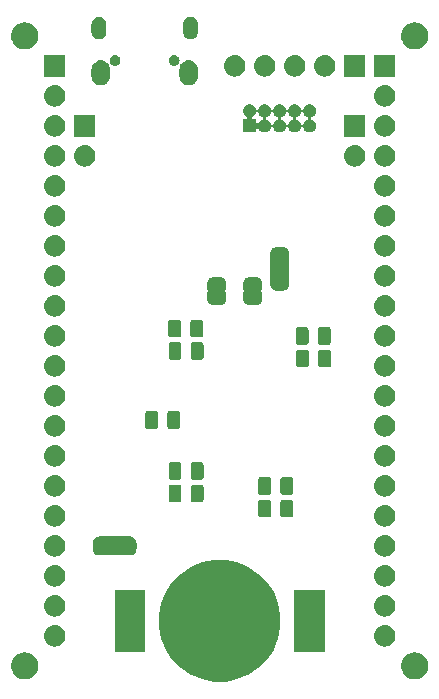
<source format=gbr>
G04 #@! TF.GenerationSoftware,KiCad,Pcbnew,5.1.4*
G04 #@! TF.CreationDate,2019-11-03T23:23:53+01:00*
G04 #@! TF.ProjectId,stm32XxxxCx_board,73746d33-3258-4787-9878-43785f626f61,rev?*
G04 #@! TF.SameCoordinates,Original*
G04 #@! TF.FileFunction,Soldermask,Bot*
G04 #@! TF.FilePolarity,Negative*
%FSLAX46Y46*%
G04 Gerber Fmt 4.6, Leading zero omitted, Abs format (unit mm)*
G04 Created by KiCad (PCBNEW 5.1.4) date 2019-11-03 23:23:53*
%MOMM*%
%LPD*%
G04 APERTURE LIST*
%ADD10C,0.100000*%
G04 APERTURE END LIST*
D10*
G36*
X152632490Y-97916950D02*
G01*
X153181620Y-98144407D01*
X153569913Y-98305243D01*
X154413571Y-98868957D01*
X155131043Y-99586429D01*
X155694757Y-100430087D01*
X155694757Y-100430088D01*
X156083050Y-101367510D01*
X156281000Y-102362669D01*
X156281000Y-103377331D01*
X156083050Y-104372490D01*
X155914177Y-104780185D01*
X155694757Y-105309913D01*
X155131043Y-106153571D01*
X154413571Y-106871043D01*
X153569913Y-107434757D01*
X153233653Y-107574040D01*
X152632490Y-107823050D01*
X151637331Y-108021000D01*
X150622669Y-108021000D01*
X149627510Y-107823050D01*
X149026347Y-107574040D01*
X148690087Y-107434757D01*
X147846429Y-106871043D01*
X147128957Y-106153571D01*
X146565243Y-105309913D01*
X146345823Y-104780185D01*
X146176950Y-104372490D01*
X145979000Y-103377331D01*
X145979000Y-102362669D01*
X146176950Y-101367510D01*
X146565243Y-100430088D01*
X146565243Y-100430087D01*
X147128957Y-99586429D01*
X147846429Y-98868957D01*
X148690087Y-98305243D01*
X149078380Y-98144407D01*
X149627510Y-97916950D01*
X150622669Y-97719000D01*
X151637331Y-97719000D01*
X152632490Y-97916950D01*
X152632490Y-97916950D01*
G37*
G36*
X167864549Y-105551116D02*
G01*
X167975734Y-105573232D01*
X168185203Y-105659997D01*
X168373720Y-105785960D01*
X168534040Y-105946280D01*
X168660003Y-106134797D01*
X168660004Y-106134799D01*
X168685416Y-106196150D01*
X168746768Y-106344266D01*
X168791000Y-106566636D01*
X168791000Y-106793364D01*
X168746768Y-107015734D01*
X168660003Y-107225203D01*
X168534040Y-107413720D01*
X168373720Y-107574040D01*
X168185203Y-107700003D01*
X167975734Y-107786768D01*
X167864549Y-107808884D01*
X167753365Y-107831000D01*
X167526635Y-107831000D01*
X167415451Y-107808884D01*
X167304266Y-107786768D01*
X167094797Y-107700003D01*
X166906280Y-107574040D01*
X166745960Y-107413720D01*
X166619997Y-107225203D01*
X166533232Y-107015734D01*
X166489000Y-106793364D01*
X166489000Y-106566636D01*
X166533232Y-106344266D01*
X166594584Y-106196150D01*
X166619996Y-106134799D01*
X166619997Y-106134797D01*
X166745960Y-105946280D01*
X166906280Y-105785960D01*
X167094797Y-105659997D01*
X167304266Y-105573232D01*
X167415451Y-105551116D01*
X167526635Y-105529000D01*
X167753365Y-105529000D01*
X167864549Y-105551116D01*
X167864549Y-105551116D01*
G37*
G36*
X134844549Y-105551116D02*
G01*
X134955734Y-105573232D01*
X135165203Y-105659997D01*
X135353720Y-105785960D01*
X135514040Y-105946280D01*
X135640003Y-106134797D01*
X135640004Y-106134799D01*
X135665416Y-106196150D01*
X135726768Y-106344266D01*
X135771000Y-106566636D01*
X135771000Y-106793364D01*
X135726768Y-107015734D01*
X135640003Y-107225203D01*
X135514040Y-107413720D01*
X135353720Y-107574040D01*
X135165203Y-107700003D01*
X134955734Y-107786768D01*
X134844549Y-107808884D01*
X134733365Y-107831000D01*
X134506635Y-107831000D01*
X134395451Y-107808884D01*
X134284266Y-107786768D01*
X134074797Y-107700003D01*
X133886280Y-107574040D01*
X133725960Y-107413720D01*
X133599997Y-107225203D01*
X133513232Y-107015734D01*
X133469000Y-106793364D01*
X133469000Y-106566636D01*
X133513232Y-106344266D01*
X133574584Y-106196150D01*
X133599996Y-106134799D01*
X133599997Y-106134797D01*
X133725960Y-105946280D01*
X133886280Y-105785960D01*
X134074797Y-105659997D01*
X134284266Y-105573232D01*
X134395451Y-105551116D01*
X134506635Y-105529000D01*
X134733365Y-105529000D01*
X134844549Y-105551116D01*
X134844549Y-105551116D01*
G37*
G36*
X160031000Y-105471000D02*
G01*
X157429000Y-105471000D01*
X157429000Y-100269000D01*
X160031000Y-100269000D01*
X160031000Y-105471000D01*
X160031000Y-105471000D01*
G37*
G36*
X144831000Y-105471000D02*
G01*
X142229000Y-105471000D01*
X142229000Y-100269000D01*
X144831000Y-100269000D01*
X144831000Y-105471000D01*
X144831000Y-105471000D01*
G37*
G36*
X137270443Y-103245519D02*
G01*
X137336627Y-103252037D01*
X137506466Y-103303557D01*
X137662991Y-103387222D01*
X137698729Y-103416552D01*
X137800186Y-103499814D01*
X137883448Y-103601271D01*
X137912778Y-103637009D01*
X137996443Y-103793534D01*
X138047963Y-103963373D01*
X138065359Y-104140000D01*
X138047963Y-104316627D01*
X137996443Y-104486466D01*
X137912778Y-104642991D01*
X137883448Y-104678729D01*
X137800186Y-104780186D01*
X137698729Y-104863448D01*
X137662991Y-104892778D01*
X137506466Y-104976443D01*
X137336627Y-105027963D01*
X137270442Y-105034482D01*
X137204260Y-105041000D01*
X137115740Y-105041000D01*
X137049557Y-105034481D01*
X136983373Y-105027963D01*
X136813534Y-104976443D01*
X136657009Y-104892778D01*
X136621271Y-104863448D01*
X136519814Y-104780186D01*
X136436552Y-104678729D01*
X136407222Y-104642991D01*
X136323557Y-104486466D01*
X136272037Y-104316627D01*
X136254641Y-104140000D01*
X136272037Y-103963373D01*
X136323557Y-103793534D01*
X136407222Y-103637009D01*
X136436552Y-103601271D01*
X136519814Y-103499814D01*
X136621271Y-103416552D01*
X136657009Y-103387222D01*
X136813534Y-103303557D01*
X136983373Y-103252037D01*
X137049558Y-103245518D01*
X137115740Y-103239000D01*
X137204260Y-103239000D01*
X137270443Y-103245519D01*
X137270443Y-103245519D01*
G37*
G36*
X165210443Y-103245519D02*
G01*
X165276627Y-103252037D01*
X165446466Y-103303557D01*
X165602991Y-103387222D01*
X165638729Y-103416552D01*
X165740186Y-103499814D01*
X165823448Y-103601271D01*
X165852778Y-103637009D01*
X165936443Y-103793534D01*
X165987963Y-103963373D01*
X166005359Y-104140000D01*
X165987963Y-104316627D01*
X165936443Y-104486466D01*
X165852778Y-104642991D01*
X165823448Y-104678729D01*
X165740186Y-104780186D01*
X165638729Y-104863448D01*
X165602991Y-104892778D01*
X165446466Y-104976443D01*
X165276627Y-105027963D01*
X165210442Y-105034482D01*
X165144260Y-105041000D01*
X165055740Y-105041000D01*
X164989557Y-105034481D01*
X164923373Y-105027963D01*
X164753534Y-104976443D01*
X164597009Y-104892778D01*
X164561271Y-104863448D01*
X164459814Y-104780186D01*
X164376552Y-104678729D01*
X164347222Y-104642991D01*
X164263557Y-104486466D01*
X164212037Y-104316627D01*
X164194641Y-104140000D01*
X164212037Y-103963373D01*
X164263557Y-103793534D01*
X164347222Y-103637009D01*
X164376552Y-103601271D01*
X164459814Y-103499814D01*
X164561271Y-103416552D01*
X164597009Y-103387222D01*
X164753534Y-103303557D01*
X164923373Y-103252037D01*
X164989558Y-103245518D01*
X165055740Y-103239000D01*
X165144260Y-103239000D01*
X165210443Y-103245519D01*
X165210443Y-103245519D01*
G37*
G36*
X137270443Y-100705519D02*
G01*
X137336627Y-100712037D01*
X137506466Y-100763557D01*
X137662991Y-100847222D01*
X137698729Y-100876552D01*
X137800186Y-100959814D01*
X137883448Y-101061271D01*
X137912778Y-101097009D01*
X137996443Y-101253534D01*
X138047963Y-101423373D01*
X138065359Y-101600000D01*
X138047963Y-101776627D01*
X137996443Y-101946466D01*
X137912778Y-102102991D01*
X137883448Y-102138729D01*
X137800186Y-102240186D01*
X137698729Y-102323448D01*
X137662991Y-102352778D01*
X137506466Y-102436443D01*
X137336627Y-102487963D01*
X137270442Y-102494482D01*
X137204260Y-102501000D01*
X137115740Y-102501000D01*
X137049558Y-102494482D01*
X136983373Y-102487963D01*
X136813534Y-102436443D01*
X136657009Y-102352778D01*
X136621271Y-102323448D01*
X136519814Y-102240186D01*
X136436552Y-102138729D01*
X136407222Y-102102991D01*
X136323557Y-101946466D01*
X136272037Y-101776627D01*
X136254641Y-101600000D01*
X136272037Y-101423373D01*
X136323557Y-101253534D01*
X136407222Y-101097009D01*
X136436552Y-101061271D01*
X136519814Y-100959814D01*
X136621271Y-100876552D01*
X136657009Y-100847222D01*
X136813534Y-100763557D01*
X136983373Y-100712037D01*
X137049557Y-100705519D01*
X137115740Y-100699000D01*
X137204260Y-100699000D01*
X137270443Y-100705519D01*
X137270443Y-100705519D01*
G37*
G36*
X165210443Y-100705519D02*
G01*
X165276627Y-100712037D01*
X165446466Y-100763557D01*
X165602991Y-100847222D01*
X165638729Y-100876552D01*
X165740186Y-100959814D01*
X165823448Y-101061271D01*
X165852778Y-101097009D01*
X165936443Y-101253534D01*
X165987963Y-101423373D01*
X166005359Y-101600000D01*
X165987963Y-101776627D01*
X165936443Y-101946466D01*
X165852778Y-102102991D01*
X165823448Y-102138729D01*
X165740186Y-102240186D01*
X165638729Y-102323448D01*
X165602991Y-102352778D01*
X165446466Y-102436443D01*
X165276627Y-102487963D01*
X165210442Y-102494482D01*
X165144260Y-102501000D01*
X165055740Y-102501000D01*
X164989558Y-102494482D01*
X164923373Y-102487963D01*
X164753534Y-102436443D01*
X164597009Y-102352778D01*
X164561271Y-102323448D01*
X164459814Y-102240186D01*
X164376552Y-102138729D01*
X164347222Y-102102991D01*
X164263557Y-101946466D01*
X164212037Y-101776627D01*
X164194641Y-101600000D01*
X164212037Y-101423373D01*
X164263557Y-101253534D01*
X164347222Y-101097009D01*
X164376552Y-101061271D01*
X164459814Y-100959814D01*
X164561271Y-100876552D01*
X164597009Y-100847222D01*
X164753534Y-100763557D01*
X164923373Y-100712037D01*
X164989557Y-100705519D01*
X165055740Y-100699000D01*
X165144260Y-100699000D01*
X165210443Y-100705519D01*
X165210443Y-100705519D01*
G37*
G36*
X137270443Y-98165519D02*
G01*
X137336627Y-98172037D01*
X137506466Y-98223557D01*
X137662991Y-98307222D01*
X137698729Y-98336552D01*
X137800186Y-98419814D01*
X137883448Y-98521271D01*
X137912778Y-98557009D01*
X137996443Y-98713534D01*
X138047963Y-98883373D01*
X138065359Y-99060000D01*
X138047963Y-99236627D01*
X137996443Y-99406466D01*
X137912778Y-99562991D01*
X137893543Y-99586429D01*
X137800186Y-99700186D01*
X137698729Y-99783448D01*
X137662991Y-99812778D01*
X137506466Y-99896443D01*
X137336627Y-99947963D01*
X137270443Y-99954481D01*
X137204260Y-99961000D01*
X137115740Y-99961000D01*
X137049557Y-99954481D01*
X136983373Y-99947963D01*
X136813534Y-99896443D01*
X136657009Y-99812778D01*
X136621271Y-99783448D01*
X136519814Y-99700186D01*
X136426457Y-99586429D01*
X136407222Y-99562991D01*
X136323557Y-99406466D01*
X136272037Y-99236627D01*
X136254641Y-99060000D01*
X136272037Y-98883373D01*
X136323557Y-98713534D01*
X136407222Y-98557009D01*
X136436552Y-98521271D01*
X136519814Y-98419814D01*
X136621271Y-98336552D01*
X136657009Y-98307222D01*
X136813534Y-98223557D01*
X136983373Y-98172037D01*
X137049557Y-98165519D01*
X137115740Y-98159000D01*
X137204260Y-98159000D01*
X137270443Y-98165519D01*
X137270443Y-98165519D01*
G37*
G36*
X165210443Y-98165519D02*
G01*
X165276627Y-98172037D01*
X165446466Y-98223557D01*
X165602991Y-98307222D01*
X165638729Y-98336552D01*
X165740186Y-98419814D01*
X165823448Y-98521271D01*
X165852778Y-98557009D01*
X165936443Y-98713534D01*
X165987963Y-98883373D01*
X166005359Y-99060000D01*
X165987963Y-99236627D01*
X165936443Y-99406466D01*
X165852778Y-99562991D01*
X165833543Y-99586429D01*
X165740186Y-99700186D01*
X165638729Y-99783448D01*
X165602991Y-99812778D01*
X165446466Y-99896443D01*
X165276627Y-99947963D01*
X165210443Y-99954481D01*
X165144260Y-99961000D01*
X165055740Y-99961000D01*
X164989557Y-99954481D01*
X164923373Y-99947963D01*
X164753534Y-99896443D01*
X164597009Y-99812778D01*
X164561271Y-99783448D01*
X164459814Y-99700186D01*
X164366457Y-99586429D01*
X164347222Y-99562991D01*
X164263557Y-99406466D01*
X164212037Y-99236627D01*
X164194641Y-99060000D01*
X164212037Y-98883373D01*
X164263557Y-98713534D01*
X164347222Y-98557009D01*
X164376552Y-98521271D01*
X164459814Y-98419814D01*
X164561271Y-98336552D01*
X164597009Y-98307222D01*
X164753534Y-98223557D01*
X164923373Y-98172037D01*
X164989557Y-98165519D01*
X165055740Y-98159000D01*
X165144260Y-98159000D01*
X165210443Y-98165519D01*
X165210443Y-98165519D01*
G37*
G36*
X137270442Y-95625518D02*
G01*
X137336627Y-95632037D01*
X137506466Y-95683557D01*
X137506468Y-95683558D01*
X137574155Y-95719738D01*
X137662991Y-95767222D01*
X137698729Y-95796552D01*
X137800186Y-95879814D01*
X137883448Y-95981271D01*
X137912778Y-96017009D01*
X137912779Y-96017011D01*
X137993888Y-96168753D01*
X137996443Y-96173534D01*
X138047963Y-96343373D01*
X138065359Y-96520000D01*
X138047963Y-96696627D01*
X137996443Y-96866466D01*
X137996442Y-96866468D01*
X137968238Y-96919233D01*
X137912778Y-97022991D01*
X137883448Y-97058729D01*
X137800186Y-97160186D01*
X137698729Y-97243448D01*
X137662991Y-97272778D01*
X137662989Y-97272779D01*
X137574154Y-97320263D01*
X137506466Y-97356443D01*
X137336627Y-97407963D01*
X137270442Y-97414482D01*
X137204260Y-97421000D01*
X137115740Y-97421000D01*
X137049558Y-97414482D01*
X136983373Y-97407963D01*
X136813534Y-97356443D01*
X136745847Y-97320263D01*
X136657011Y-97272779D01*
X136657009Y-97272778D01*
X136621271Y-97243448D01*
X136519814Y-97160186D01*
X136436552Y-97058729D01*
X136407222Y-97022991D01*
X136351762Y-96919233D01*
X136323558Y-96866468D01*
X136323557Y-96866466D01*
X136272037Y-96696627D01*
X136254641Y-96520000D01*
X136272037Y-96343373D01*
X136323557Y-96173534D01*
X136326113Y-96168753D01*
X136407221Y-96017011D01*
X136407222Y-96017009D01*
X136436552Y-95981271D01*
X136519814Y-95879814D01*
X136621271Y-95796552D01*
X136657009Y-95767222D01*
X136745845Y-95719738D01*
X136813532Y-95683558D01*
X136813534Y-95683557D01*
X136983373Y-95632037D01*
X137049558Y-95625518D01*
X137115740Y-95619000D01*
X137204260Y-95619000D01*
X137270442Y-95625518D01*
X137270442Y-95625518D01*
G37*
G36*
X165210442Y-95625518D02*
G01*
X165276627Y-95632037D01*
X165446466Y-95683557D01*
X165446468Y-95683558D01*
X165514155Y-95719738D01*
X165602991Y-95767222D01*
X165638729Y-95796552D01*
X165740186Y-95879814D01*
X165823448Y-95981271D01*
X165852778Y-96017009D01*
X165852779Y-96017011D01*
X165933888Y-96168753D01*
X165936443Y-96173534D01*
X165987963Y-96343373D01*
X166005359Y-96520000D01*
X165987963Y-96696627D01*
X165936443Y-96866466D01*
X165936442Y-96866468D01*
X165908238Y-96919233D01*
X165852778Y-97022991D01*
X165823448Y-97058729D01*
X165740186Y-97160186D01*
X165638729Y-97243448D01*
X165602991Y-97272778D01*
X165602989Y-97272779D01*
X165514154Y-97320263D01*
X165446466Y-97356443D01*
X165276627Y-97407963D01*
X165210442Y-97414482D01*
X165144260Y-97421000D01*
X165055740Y-97421000D01*
X164989558Y-97414482D01*
X164923373Y-97407963D01*
X164753534Y-97356443D01*
X164685847Y-97320263D01*
X164597011Y-97272779D01*
X164597009Y-97272778D01*
X164561271Y-97243448D01*
X164459814Y-97160186D01*
X164376552Y-97058729D01*
X164347222Y-97022991D01*
X164291762Y-96919233D01*
X164263558Y-96866468D01*
X164263557Y-96866466D01*
X164212037Y-96696627D01*
X164194641Y-96520000D01*
X164212037Y-96343373D01*
X164263557Y-96173534D01*
X164266113Y-96168753D01*
X164347221Y-96017011D01*
X164347222Y-96017009D01*
X164376552Y-95981271D01*
X164459814Y-95879814D01*
X164561271Y-95796552D01*
X164597009Y-95767222D01*
X164685845Y-95719738D01*
X164753532Y-95683558D01*
X164753534Y-95683557D01*
X164923373Y-95632037D01*
X164989558Y-95625518D01*
X165055740Y-95619000D01*
X165144260Y-95619000D01*
X165210442Y-95625518D01*
X165210442Y-95625518D01*
G37*
G36*
X141499999Y-95719737D02*
G01*
X141514528Y-95724145D01*
X141527711Y-95729606D01*
X141551745Y-95734388D01*
X141576249Y-95734389D01*
X141600282Y-95729609D01*
X141622921Y-95720232D01*
X141624765Y-95719000D01*
X142856050Y-95719000D01*
X142868164Y-95725475D01*
X142891613Y-95732588D01*
X142915999Y-95734990D01*
X142940385Y-95732588D01*
X142963834Y-95725475D01*
X142968746Y-95723152D01*
X142980001Y-95719737D01*
X142996140Y-95718148D01*
X143533861Y-95718148D01*
X143552199Y-95719954D01*
X143564450Y-95720556D01*
X143582869Y-95720556D01*
X143605149Y-95722750D01*
X143689233Y-95739476D01*
X143710660Y-95745976D01*
X143789858Y-95778780D01*
X143795303Y-95781691D01*
X143795309Y-95781693D01*
X143804169Y-95786429D01*
X143804173Y-95786432D01*
X143809614Y-95789340D01*
X143880899Y-95836971D01*
X143898204Y-95851172D01*
X143958828Y-95911796D01*
X143973029Y-95929101D01*
X144020660Y-96000386D01*
X144023568Y-96005827D01*
X144023571Y-96005831D01*
X144028307Y-96014691D01*
X144028309Y-96014697D01*
X144031220Y-96020142D01*
X144064024Y-96099340D01*
X144070524Y-96120767D01*
X144087250Y-96204851D01*
X144089444Y-96227131D01*
X144089444Y-96245550D01*
X144090046Y-96257801D01*
X144091852Y-96276139D01*
X144091852Y-96763862D01*
X144090046Y-96782199D01*
X144089444Y-96794450D01*
X144089444Y-96812869D01*
X144087250Y-96835149D01*
X144070524Y-96919233D01*
X144064024Y-96940660D01*
X144031220Y-97019858D01*
X144028309Y-97025303D01*
X144028307Y-97025309D01*
X144023571Y-97034169D01*
X144023568Y-97034173D01*
X144020660Y-97039614D01*
X143973029Y-97110899D01*
X143958828Y-97128204D01*
X143898204Y-97188828D01*
X143880899Y-97203029D01*
X143809614Y-97250660D01*
X143804173Y-97253568D01*
X143804169Y-97253571D01*
X143795309Y-97258307D01*
X143795303Y-97258309D01*
X143789858Y-97261220D01*
X143710660Y-97294024D01*
X143689233Y-97300524D01*
X143605149Y-97317250D01*
X143582869Y-97319444D01*
X143564450Y-97319444D01*
X143552199Y-97320046D01*
X143533862Y-97321852D01*
X142996140Y-97321852D01*
X142980001Y-97320263D01*
X142965472Y-97315855D01*
X142952289Y-97310394D01*
X142928255Y-97305612D01*
X142903751Y-97305611D01*
X142879718Y-97310391D01*
X142857079Y-97319768D01*
X142855235Y-97321000D01*
X141623950Y-97321000D01*
X141611836Y-97314525D01*
X141588387Y-97307412D01*
X141564001Y-97305010D01*
X141539615Y-97307412D01*
X141516166Y-97314525D01*
X141511254Y-97316848D01*
X141499999Y-97320263D01*
X141483860Y-97321852D01*
X140946138Y-97321852D01*
X140927801Y-97320046D01*
X140915550Y-97319444D01*
X140897131Y-97319444D01*
X140874851Y-97317250D01*
X140790767Y-97300524D01*
X140769340Y-97294024D01*
X140690142Y-97261220D01*
X140684697Y-97258309D01*
X140684691Y-97258307D01*
X140675831Y-97253571D01*
X140675827Y-97253568D01*
X140670386Y-97250660D01*
X140599101Y-97203029D01*
X140581796Y-97188828D01*
X140521172Y-97128204D01*
X140506971Y-97110899D01*
X140459340Y-97039614D01*
X140456432Y-97034173D01*
X140456429Y-97034169D01*
X140451693Y-97025309D01*
X140451691Y-97025303D01*
X140448780Y-97019858D01*
X140415976Y-96940660D01*
X140409476Y-96919233D01*
X140392750Y-96835149D01*
X140390556Y-96812869D01*
X140390556Y-96794450D01*
X140389954Y-96782199D01*
X140388148Y-96763862D01*
X140388148Y-96276139D01*
X140389954Y-96257801D01*
X140390556Y-96245550D01*
X140390556Y-96227131D01*
X140392750Y-96204851D01*
X140409476Y-96120767D01*
X140415976Y-96099340D01*
X140448780Y-96020142D01*
X140451691Y-96014697D01*
X140451693Y-96014691D01*
X140456429Y-96005831D01*
X140456432Y-96005827D01*
X140459340Y-96000386D01*
X140506971Y-95929101D01*
X140521172Y-95911796D01*
X140581796Y-95851172D01*
X140599101Y-95836971D01*
X140670386Y-95789340D01*
X140675827Y-95786432D01*
X140675831Y-95786429D01*
X140684691Y-95781693D01*
X140684697Y-95781691D01*
X140690142Y-95778780D01*
X140769340Y-95745976D01*
X140790767Y-95739476D01*
X140874851Y-95722750D01*
X140897131Y-95720556D01*
X140915550Y-95720556D01*
X140927801Y-95719954D01*
X140946139Y-95718148D01*
X141483860Y-95718148D01*
X141499999Y-95719737D01*
X141499999Y-95719737D01*
G37*
G36*
X137270443Y-93085519D02*
G01*
X137336627Y-93092037D01*
X137506466Y-93143557D01*
X137662991Y-93227222D01*
X137698729Y-93256552D01*
X137800186Y-93339814D01*
X137883448Y-93441271D01*
X137912778Y-93477009D01*
X137996443Y-93633534D01*
X138047963Y-93803373D01*
X138065359Y-93980000D01*
X138047963Y-94156627D01*
X137996443Y-94326466D01*
X137912778Y-94482991D01*
X137883448Y-94518729D01*
X137800186Y-94620186D01*
X137698729Y-94703448D01*
X137662991Y-94732778D01*
X137506466Y-94816443D01*
X137336627Y-94867963D01*
X137270443Y-94874481D01*
X137204260Y-94881000D01*
X137115740Y-94881000D01*
X137049557Y-94874481D01*
X136983373Y-94867963D01*
X136813534Y-94816443D01*
X136657009Y-94732778D01*
X136621271Y-94703448D01*
X136519814Y-94620186D01*
X136436552Y-94518729D01*
X136407222Y-94482991D01*
X136323557Y-94326466D01*
X136272037Y-94156627D01*
X136254641Y-93980000D01*
X136272037Y-93803373D01*
X136323557Y-93633534D01*
X136407222Y-93477009D01*
X136436552Y-93441271D01*
X136519814Y-93339814D01*
X136621271Y-93256552D01*
X136657009Y-93227222D01*
X136813534Y-93143557D01*
X136983373Y-93092037D01*
X137049557Y-93085519D01*
X137115740Y-93079000D01*
X137204260Y-93079000D01*
X137270443Y-93085519D01*
X137270443Y-93085519D01*
G37*
G36*
X165210443Y-93085519D02*
G01*
X165276627Y-93092037D01*
X165446466Y-93143557D01*
X165602991Y-93227222D01*
X165638729Y-93256552D01*
X165740186Y-93339814D01*
X165823448Y-93441271D01*
X165852778Y-93477009D01*
X165936443Y-93633534D01*
X165987963Y-93803373D01*
X166005359Y-93980000D01*
X165987963Y-94156627D01*
X165936443Y-94326466D01*
X165852778Y-94482991D01*
X165823448Y-94518729D01*
X165740186Y-94620186D01*
X165638729Y-94703448D01*
X165602991Y-94732778D01*
X165446466Y-94816443D01*
X165276627Y-94867963D01*
X165210443Y-94874481D01*
X165144260Y-94881000D01*
X165055740Y-94881000D01*
X164989557Y-94874481D01*
X164923373Y-94867963D01*
X164753534Y-94816443D01*
X164597009Y-94732778D01*
X164561271Y-94703448D01*
X164459814Y-94620186D01*
X164376552Y-94518729D01*
X164347222Y-94482991D01*
X164263557Y-94326466D01*
X164212037Y-94156627D01*
X164194641Y-93980000D01*
X164212037Y-93803373D01*
X164263557Y-93633534D01*
X164347222Y-93477009D01*
X164376552Y-93441271D01*
X164459814Y-93339814D01*
X164561271Y-93256552D01*
X164597009Y-93227222D01*
X164753534Y-93143557D01*
X164923373Y-93092037D01*
X164989557Y-93085519D01*
X165055740Y-93079000D01*
X165144260Y-93079000D01*
X165210443Y-93085519D01*
X165210443Y-93085519D01*
G37*
G36*
X155311968Y-92598565D02*
G01*
X155350638Y-92610296D01*
X155386277Y-92629346D01*
X155417517Y-92654983D01*
X155443154Y-92686223D01*
X155462204Y-92721862D01*
X155473935Y-92760532D01*
X155478500Y-92806888D01*
X155478500Y-93883112D01*
X155473935Y-93929468D01*
X155462204Y-93968138D01*
X155443154Y-94003777D01*
X155417517Y-94035017D01*
X155386277Y-94060654D01*
X155350638Y-94079704D01*
X155311968Y-94091435D01*
X155265612Y-94096000D01*
X154614388Y-94096000D01*
X154568032Y-94091435D01*
X154529362Y-94079704D01*
X154493723Y-94060654D01*
X154462483Y-94035017D01*
X154436846Y-94003777D01*
X154417796Y-93968138D01*
X154406065Y-93929468D01*
X154401500Y-93883112D01*
X154401500Y-92806888D01*
X154406065Y-92760532D01*
X154417796Y-92721862D01*
X154436846Y-92686223D01*
X154462483Y-92654983D01*
X154493723Y-92629346D01*
X154529362Y-92610296D01*
X154568032Y-92598565D01*
X154614388Y-92594000D01*
X155265612Y-92594000D01*
X155311968Y-92598565D01*
X155311968Y-92598565D01*
G37*
G36*
X157186968Y-92598565D02*
G01*
X157225638Y-92610296D01*
X157261277Y-92629346D01*
X157292517Y-92654983D01*
X157318154Y-92686223D01*
X157337204Y-92721862D01*
X157348935Y-92760532D01*
X157353500Y-92806888D01*
X157353500Y-93883112D01*
X157348935Y-93929468D01*
X157337204Y-93968138D01*
X157318154Y-94003777D01*
X157292517Y-94035017D01*
X157261277Y-94060654D01*
X157225638Y-94079704D01*
X157186968Y-94091435D01*
X157140612Y-94096000D01*
X156489388Y-94096000D01*
X156443032Y-94091435D01*
X156404362Y-94079704D01*
X156368723Y-94060654D01*
X156337483Y-94035017D01*
X156311846Y-94003777D01*
X156292796Y-93968138D01*
X156281065Y-93929468D01*
X156276500Y-93883112D01*
X156276500Y-92806888D01*
X156281065Y-92760532D01*
X156292796Y-92721862D01*
X156311846Y-92686223D01*
X156337483Y-92654983D01*
X156368723Y-92629346D01*
X156404362Y-92610296D01*
X156443032Y-92598565D01*
X156489388Y-92594000D01*
X157140612Y-92594000D01*
X157186968Y-92598565D01*
X157186968Y-92598565D01*
G37*
G36*
X147721968Y-91328565D02*
G01*
X147760638Y-91340296D01*
X147796277Y-91359346D01*
X147827517Y-91384983D01*
X147853154Y-91416223D01*
X147872204Y-91451862D01*
X147883935Y-91490532D01*
X147888500Y-91536888D01*
X147888500Y-92613112D01*
X147883935Y-92659468D01*
X147872204Y-92698138D01*
X147853154Y-92733777D01*
X147827517Y-92765017D01*
X147796277Y-92790654D01*
X147760638Y-92809704D01*
X147721968Y-92821435D01*
X147675612Y-92826000D01*
X147024388Y-92826000D01*
X146978032Y-92821435D01*
X146939362Y-92809704D01*
X146903723Y-92790654D01*
X146872483Y-92765017D01*
X146846846Y-92733777D01*
X146827796Y-92698138D01*
X146816065Y-92659468D01*
X146811500Y-92613112D01*
X146811500Y-91536888D01*
X146816065Y-91490532D01*
X146827796Y-91451862D01*
X146846846Y-91416223D01*
X146872483Y-91384983D01*
X146903723Y-91359346D01*
X146939362Y-91340296D01*
X146978032Y-91328565D01*
X147024388Y-91324000D01*
X147675612Y-91324000D01*
X147721968Y-91328565D01*
X147721968Y-91328565D01*
G37*
G36*
X149596968Y-91328565D02*
G01*
X149635638Y-91340296D01*
X149671277Y-91359346D01*
X149702517Y-91384983D01*
X149728154Y-91416223D01*
X149747204Y-91451862D01*
X149758935Y-91490532D01*
X149763500Y-91536888D01*
X149763500Y-92613112D01*
X149758935Y-92659468D01*
X149747204Y-92698138D01*
X149728154Y-92733777D01*
X149702517Y-92765017D01*
X149671277Y-92790654D01*
X149635638Y-92809704D01*
X149596968Y-92821435D01*
X149550612Y-92826000D01*
X148899388Y-92826000D01*
X148853032Y-92821435D01*
X148814362Y-92809704D01*
X148778723Y-92790654D01*
X148747483Y-92765017D01*
X148721846Y-92733777D01*
X148702796Y-92698138D01*
X148691065Y-92659468D01*
X148686500Y-92613112D01*
X148686500Y-91536888D01*
X148691065Y-91490532D01*
X148702796Y-91451862D01*
X148721846Y-91416223D01*
X148747483Y-91384983D01*
X148778723Y-91359346D01*
X148814362Y-91340296D01*
X148853032Y-91328565D01*
X148899388Y-91324000D01*
X149550612Y-91324000D01*
X149596968Y-91328565D01*
X149596968Y-91328565D01*
G37*
G36*
X165210443Y-90545519D02*
G01*
X165276627Y-90552037D01*
X165446466Y-90603557D01*
X165602991Y-90687222D01*
X165638729Y-90716552D01*
X165740186Y-90799814D01*
X165810632Y-90885654D01*
X165852778Y-90937009D01*
X165936443Y-91093534D01*
X165987963Y-91263373D01*
X166005359Y-91440000D01*
X165987963Y-91616627D01*
X165936443Y-91786466D01*
X165852778Y-91942991D01*
X165827101Y-91974278D01*
X165740186Y-92080186D01*
X165638729Y-92163448D01*
X165602991Y-92192778D01*
X165446466Y-92276443D01*
X165276627Y-92327963D01*
X165210443Y-92334481D01*
X165144260Y-92341000D01*
X165055740Y-92341000D01*
X164989557Y-92334481D01*
X164923373Y-92327963D01*
X164753534Y-92276443D01*
X164597009Y-92192778D01*
X164561271Y-92163448D01*
X164459814Y-92080186D01*
X164372899Y-91974278D01*
X164347222Y-91942991D01*
X164263557Y-91786466D01*
X164212037Y-91616627D01*
X164194641Y-91440000D01*
X164212037Y-91263373D01*
X164263557Y-91093534D01*
X164347222Y-90937009D01*
X164389368Y-90885654D01*
X164459814Y-90799814D01*
X164561271Y-90716552D01*
X164597009Y-90687222D01*
X164753534Y-90603557D01*
X164923373Y-90552037D01*
X164989558Y-90545518D01*
X165055740Y-90539000D01*
X165144260Y-90539000D01*
X165210443Y-90545519D01*
X165210443Y-90545519D01*
G37*
G36*
X137270443Y-90545519D02*
G01*
X137336627Y-90552037D01*
X137506466Y-90603557D01*
X137662991Y-90687222D01*
X137698729Y-90716552D01*
X137800186Y-90799814D01*
X137870632Y-90885654D01*
X137912778Y-90937009D01*
X137996443Y-91093534D01*
X138047963Y-91263373D01*
X138065359Y-91440000D01*
X138047963Y-91616627D01*
X137996443Y-91786466D01*
X137912778Y-91942991D01*
X137887101Y-91974278D01*
X137800186Y-92080186D01*
X137698729Y-92163448D01*
X137662991Y-92192778D01*
X137506466Y-92276443D01*
X137336627Y-92327963D01*
X137270443Y-92334481D01*
X137204260Y-92341000D01*
X137115740Y-92341000D01*
X137049557Y-92334481D01*
X136983373Y-92327963D01*
X136813534Y-92276443D01*
X136657009Y-92192778D01*
X136621271Y-92163448D01*
X136519814Y-92080186D01*
X136432899Y-91974278D01*
X136407222Y-91942991D01*
X136323557Y-91786466D01*
X136272037Y-91616627D01*
X136254641Y-91440000D01*
X136272037Y-91263373D01*
X136323557Y-91093534D01*
X136407222Y-90937009D01*
X136449368Y-90885654D01*
X136519814Y-90799814D01*
X136621271Y-90716552D01*
X136657009Y-90687222D01*
X136813534Y-90603557D01*
X136983373Y-90552037D01*
X137049557Y-90545519D01*
X137115740Y-90539000D01*
X137204260Y-90539000D01*
X137270443Y-90545519D01*
X137270443Y-90545519D01*
G37*
G36*
X157186968Y-90693565D02*
G01*
X157225638Y-90705296D01*
X157261277Y-90724346D01*
X157292517Y-90749983D01*
X157318154Y-90781223D01*
X157337204Y-90816862D01*
X157348935Y-90855532D01*
X157353500Y-90901888D01*
X157353500Y-91978112D01*
X157348935Y-92024468D01*
X157337204Y-92063138D01*
X157318154Y-92098777D01*
X157292517Y-92130017D01*
X157261277Y-92155654D01*
X157225638Y-92174704D01*
X157186968Y-92186435D01*
X157140612Y-92191000D01*
X156489388Y-92191000D01*
X156443032Y-92186435D01*
X156404362Y-92174704D01*
X156368723Y-92155654D01*
X156337483Y-92130017D01*
X156311846Y-92098777D01*
X156292796Y-92063138D01*
X156281065Y-92024468D01*
X156276500Y-91978112D01*
X156276500Y-90901888D01*
X156281065Y-90855532D01*
X156292796Y-90816862D01*
X156311846Y-90781223D01*
X156337483Y-90749983D01*
X156368723Y-90724346D01*
X156404362Y-90705296D01*
X156443032Y-90693565D01*
X156489388Y-90689000D01*
X157140612Y-90689000D01*
X157186968Y-90693565D01*
X157186968Y-90693565D01*
G37*
G36*
X155311968Y-90693565D02*
G01*
X155350638Y-90705296D01*
X155386277Y-90724346D01*
X155417517Y-90749983D01*
X155443154Y-90781223D01*
X155462204Y-90816862D01*
X155473935Y-90855532D01*
X155478500Y-90901888D01*
X155478500Y-91978112D01*
X155473935Y-92024468D01*
X155462204Y-92063138D01*
X155443154Y-92098777D01*
X155417517Y-92130017D01*
X155386277Y-92155654D01*
X155350638Y-92174704D01*
X155311968Y-92186435D01*
X155265612Y-92191000D01*
X154614388Y-92191000D01*
X154568032Y-92186435D01*
X154529362Y-92174704D01*
X154493723Y-92155654D01*
X154462483Y-92130017D01*
X154436846Y-92098777D01*
X154417796Y-92063138D01*
X154406065Y-92024468D01*
X154401500Y-91978112D01*
X154401500Y-90901888D01*
X154406065Y-90855532D01*
X154417796Y-90816862D01*
X154436846Y-90781223D01*
X154462483Y-90749983D01*
X154493723Y-90724346D01*
X154529362Y-90705296D01*
X154568032Y-90693565D01*
X154614388Y-90689000D01*
X155265612Y-90689000D01*
X155311968Y-90693565D01*
X155311968Y-90693565D01*
G37*
G36*
X149596968Y-89423565D02*
G01*
X149635638Y-89435296D01*
X149671277Y-89454346D01*
X149702517Y-89479983D01*
X149728154Y-89511223D01*
X149747204Y-89546862D01*
X149758935Y-89585532D01*
X149763500Y-89631888D01*
X149763500Y-90708112D01*
X149758935Y-90754468D01*
X149747204Y-90793138D01*
X149728154Y-90828777D01*
X149702517Y-90860017D01*
X149671277Y-90885654D01*
X149635638Y-90904704D01*
X149596968Y-90916435D01*
X149550612Y-90921000D01*
X148899388Y-90921000D01*
X148853032Y-90916435D01*
X148814362Y-90904704D01*
X148778723Y-90885654D01*
X148747483Y-90860017D01*
X148721846Y-90828777D01*
X148702796Y-90793138D01*
X148691065Y-90754468D01*
X148686500Y-90708112D01*
X148686500Y-89631888D01*
X148691065Y-89585532D01*
X148702796Y-89546862D01*
X148721846Y-89511223D01*
X148747483Y-89479983D01*
X148778723Y-89454346D01*
X148814362Y-89435296D01*
X148853032Y-89423565D01*
X148899388Y-89419000D01*
X149550612Y-89419000D01*
X149596968Y-89423565D01*
X149596968Y-89423565D01*
G37*
G36*
X147721968Y-89423565D02*
G01*
X147760638Y-89435296D01*
X147796277Y-89454346D01*
X147827517Y-89479983D01*
X147853154Y-89511223D01*
X147872204Y-89546862D01*
X147883935Y-89585532D01*
X147888500Y-89631888D01*
X147888500Y-90708112D01*
X147883935Y-90754468D01*
X147872204Y-90793138D01*
X147853154Y-90828777D01*
X147827517Y-90860017D01*
X147796277Y-90885654D01*
X147760638Y-90904704D01*
X147721968Y-90916435D01*
X147675612Y-90921000D01*
X147024388Y-90921000D01*
X146978032Y-90916435D01*
X146939362Y-90904704D01*
X146903723Y-90885654D01*
X146872483Y-90860017D01*
X146846846Y-90828777D01*
X146827796Y-90793138D01*
X146816065Y-90754468D01*
X146811500Y-90708112D01*
X146811500Y-89631888D01*
X146816065Y-89585532D01*
X146827796Y-89546862D01*
X146846846Y-89511223D01*
X146872483Y-89479983D01*
X146903723Y-89454346D01*
X146939362Y-89435296D01*
X146978032Y-89423565D01*
X147024388Y-89419000D01*
X147675612Y-89419000D01*
X147721968Y-89423565D01*
X147721968Y-89423565D01*
G37*
G36*
X165210443Y-88005519D02*
G01*
X165276627Y-88012037D01*
X165446466Y-88063557D01*
X165602991Y-88147222D01*
X165638729Y-88176552D01*
X165740186Y-88259814D01*
X165823448Y-88361271D01*
X165852778Y-88397009D01*
X165936443Y-88553534D01*
X165987963Y-88723373D01*
X166005359Y-88900000D01*
X165987963Y-89076627D01*
X165936443Y-89246466D01*
X165852778Y-89402991D01*
X165835893Y-89423565D01*
X165740186Y-89540186D01*
X165638729Y-89623448D01*
X165602991Y-89652778D01*
X165446466Y-89736443D01*
X165276627Y-89787963D01*
X165210443Y-89794481D01*
X165144260Y-89801000D01*
X165055740Y-89801000D01*
X164989557Y-89794481D01*
X164923373Y-89787963D01*
X164753534Y-89736443D01*
X164597009Y-89652778D01*
X164561271Y-89623448D01*
X164459814Y-89540186D01*
X164364107Y-89423565D01*
X164347222Y-89402991D01*
X164263557Y-89246466D01*
X164212037Y-89076627D01*
X164194641Y-88900000D01*
X164212037Y-88723373D01*
X164263557Y-88553534D01*
X164347222Y-88397009D01*
X164376552Y-88361271D01*
X164459814Y-88259814D01*
X164561271Y-88176552D01*
X164597009Y-88147222D01*
X164753534Y-88063557D01*
X164923373Y-88012037D01*
X164989557Y-88005519D01*
X165055740Y-87999000D01*
X165144260Y-87999000D01*
X165210443Y-88005519D01*
X165210443Y-88005519D01*
G37*
G36*
X137270443Y-88005519D02*
G01*
X137336627Y-88012037D01*
X137506466Y-88063557D01*
X137662991Y-88147222D01*
X137698729Y-88176552D01*
X137800186Y-88259814D01*
X137883448Y-88361271D01*
X137912778Y-88397009D01*
X137996443Y-88553534D01*
X138047963Y-88723373D01*
X138065359Y-88900000D01*
X138047963Y-89076627D01*
X137996443Y-89246466D01*
X137912778Y-89402991D01*
X137895893Y-89423565D01*
X137800186Y-89540186D01*
X137698729Y-89623448D01*
X137662991Y-89652778D01*
X137506466Y-89736443D01*
X137336627Y-89787963D01*
X137270443Y-89794481D01*
X137204260Y-89801000D01*
X137115740Y-89801000D01*
X137049557Y-89794481D01*
X136983373Y-89787963D01*
X136813534Y-89736443D01*
X136657009Y-89652778D01*
X136621271Y-89623448D01*
X136519814Y-89540186D01*
X136424107Y-89423565D01*
X136407222Y-89402991D01*
X136323557Y-89246466D01*
X136272037Y-89076627D01*
X136254641Y-88900000D01*
X136272037Y-88723373D01*
X136323557Y-88553534D01*
X136407222Y-88397009D01*
X136436552Y-88361271D01*
X136519814Y-88259814D01*
X136621271Y-88176552D01*
X136657009Y-88147222D01*
X136813534Y-88063557D01*
X136983373Y-88012037D01*
X137049557Y-88005519D01*
X137115740Y-87999000D01*
X137204260Y-87999000D01*
X137270443Y-88005519D01*
X137270443Y-88005519D01*
G37*
G36*
X165210442Y-85465518D02*
G01*
X165276627Y-85472037D01*
X165446466Y-85523557D01*
X165602991Y-85607222D01*
X165638729Y-85636552D01*
X165740186Y-85719814D01*
X165823448Y-85821271D01*
X165852778Y-85857009D01*
X165936443Y-86013534D01*
X165987963Y-86183373D01*
X166005359Y-86360000D01*
X165987963Y-86536627D01*
X165936443Y-86706466D01*
X165852778Y-86862991D01*
X165823448Y-86898729D01*
X165740186Y-87000186D01*
X165638729Y-87083448D01*
X165602991Y-87112778D01*
X165446466Y-87196443D01*
X165276627Y-87247963D01*
X165210442Y-87254482D01*
X165144260Y-87261000D01*
X165055740Y-87261000D01*
X164989558Y-87254482D01*
X164923373Y-87247963D01*
X164753534Y-87196443D01*
X164597009Y-87112778D01*
X164561271Y-87083448D01*
X164459814Y-87000186D01*
X164376552Y-86898729D01*
X164347222Y-86862991D01*
X164263557Y-86706466D01*
X164212037Y-86536627D01*
X164194641Y-86360000D01*
X164212037Y-86183373D01*
X164263557Y-86013534D01*
X164347222Y-85857009D01*
X164376552Y-85821271D01*
X164459814Y-85719814D01*
X164561271Y-85636552D01*
X164597009Y-85607222D01*
X164753534Y-85523557D01*
X164923373Y-85472037D01*
X164989558Y-85465518D01*
X165055740Y-85459000D01*
X165144260Y-85459000D01*
X165210442Y-85465518D01*
X165210442Y-85465518D01*
G37*
G36*
X137270442Y-85465518D02*
G01*
X137336627Y-85472037D01*
X137506466Y-85523557D01*
X137662991Y-85607222D01*
X137698729Y-85636552D01*
X137800186Y-85719814D01*
X137883448Y-85821271D01*
X137912778Y-85857009D01*
X137996443Y-86013534D01*
X138047963Y-86183373D01*
X138065359Y-86360000D01*
X138047963Y-86536627D01*
X137996443Y-86706466D01*
X137912778Y-86862991D01*
X137883448Y-86898729D01*
X137800186Y-87000186D01*
X137698729Y-87083448D01*
X137662991Y-87112778D01*
X137506466Y-87196443D01*
X137336627Y-87247963D01*
X137270442Y-87254482D01*
X137204260Y-87261000D01*
X137115740Y-87261000D01*
X137049558Y-87254482D01*
X136983373Y-87247963D01*
X136813534Y-87196443D01*
X136657009Y-87112778D01*
X136621271Y-87083448D01*
X136519814Y-87000186D01*
X136436552Y-86898729D01*
X136407222Y-86862991D01*
X136323557Y-86706466D01*
X136272037Y-86536627D01*
X136254641Y-86360000D01*
X136272037Y-86183373D01*
X136323557Y-86013534D01*
X136407222Y-85857009D01*
X136436552Y-85821271D01*
X136519814Y-85719814D01*
X136621271Y-85636552D01*
X136657009Y-85607222D01*
X136813534Y-85523557D01*
X136983373Y-85472037D01*
X137049558Y-85465518D01*
X137115740Y-85459000D01*
X137204260Y-85459000D01*
X137270442Y-85465518D01*
X137270442Y-85465518D01*
G37*
G36*
X147613468Y-85105565D02*
G01*
X147652138Y-85117296D01*
X147687777Y-85136346D01*
X147719017Y-85161983D01*
X147744654Y-85193223D01*
X147763704Y-85228862D01*
X147775435Y-85267532D01*
X147780000Y-85313888D01*
X147780000Y-86390112D01*
X147775435Y-86436468D01*
X147763704Y-86475138D01*
X147744654Y-86510777D01*
X147719017Y-86542017D01*
X147687777Y-86567654D01*
X147652138Y-86586704D01*
X147613468Y-86598435D01*
X147567112Y-86603000D01*
X146915888Y-86603000D01*
X146869532Y-86598435D01*
X146830862Y-86586704D01*
X146795223Y-86567654D01*
X146763983Y-86542017D01*
X146738346Y-86510777D01*
X146719296Y-86475138D01*
X146707565Y-86436468D01*
X146703000Y-86390112D01*
X146703000Y-85313888D01*
X146707565Y-85267532D01*
X146719296Y-85228862D01*
X146738346Y-85193223D01*
X146763983Y-85161983D01*
X146795223Y-85136346D01*
X146830862Y-85117296D01*
X146869532Y-85105565D01*
X146915888Y-85101000D01*
X147567112Y-85101000D01*
X147613468Y-85105565D01*
X147613468Y-85105565D01*
G37*
G36*
X145738468Y-85105565D02*
G01*
X145777138Y-85117296D01*
X145812777Y-85136346D01*
X145844017Y-85161983D01*
X145869654Y-85193223D01*
X145888704Y-85228862D01*
X145900435Y-85267532D01*
X145905000Y-85313888D01*
X145905000Y-86390112D01*
X145900435Y-86436468D01*
X145888704Y-86475138D01*
X145869654Y-86510777D01*
X145844017Y-86542017D01*
X145812777Y-86567654D01*
X145777138Y-86586704D01*
X145738468Y-86598435D01*
X145692112Y-86603000D01*
X145040888Y-86603000D01*
X144994532Y-86598435D01*
X144955862Y-86586704D01*
X144920223Y-86567654D01*
X144888983Y-86542017D01*
X144863346Y-86510777D01*
X144844296Y-86475138D01*
X144832565Y-86436468D01*
X144828000Y-86390112D01*
X144828000Y-85313888D01*
X144832565Y-85267532D01*
X144844296Y-85228862D01*
X144863346Y-85193223D01*
X144888983Y-85161983D01*
X144920223Y-85136346D01*
X144955862Y-85117296D01*
X144994532Y-85105565D01*
X145040888Y-85101000D01*
X145692112Y-85101000D01*
X145738468Y-85105565D01*
X145738468Y-85105565D01*
G37*
G36*
X137270443Y-82925519D02*
G01*
X137336627Y-82932037D01*
X137506466Y-82983557D01*
X137662991Y-83067222D01*
X137698729Y-83096552D01*
X137800186Y-83179814D01*
X137883448Y-83281271D01*
X137912778Y-83317009D01*
X137996443Y-83473534D01*
X138047963Y-83643373D01*
X138065359Y-83820000D01*
X138047963Y-83996627D01*
X137996443Y-84166466D01*
X137912778Y-84322991D01*
X137883448Y-84358729D01*
X137800186Y-84460186D01*
X137698729Y-84543448D01*
X137662991Y-84572778D01*
X137506466Y-84656443D01*
X137336627Y-84707963D01*
X137270443Y-84714481D01*
X137204260Y-84721000D01*
X137115740Y-84721000D01*
X137049557Y-84714481D01*
X136983373Y-84707963D01*
X136813534Y-84656443D01*
X136657009Y-84572778D01*
X136621271Y-84543448D01*
X136519814Y-84460186D01*
X136436552Y-84358729D01*
X136407222Y-84322991D01*
X136323557Y-84166466D01*
X136272037Y-83996627D01*
X136254641Y-83820000D01*
X136272037Y-83643373D01*
X136323557Y-83473534D01*
X136407222Y-83317009D01*
X136436552Y-83281271D01*
X136519814Y-83179814D01*
X136621271Y-83096552D01*
X136657009Y-83067222D01*
X136813534Y-82983557D01*
X136983373Y-82932037D01*
X137049557Y-82925519D01*
X137115740Y-82919000D01*
X137204260Y-82919000D01*
X137270443Y-82925519D01*
X137270443Y-82925519D01*
G37*
G36*
X165210443Y-82925519D02*
G01*
X165276627Y-82932037D01*
X165446466Y-82983557D01*
X165602991Y-83067222D01*
X165638729Y-83096552D01*
X165740186Y-83179814D01*
X165823448Y-83281271D01*
X165852778Y-83317009D01*
X165936443Y-83473534D01*
X165987963Y-83643373D01*
X166005359Y-83820000D01*
X165987963Y-83996627D01*
X165936443Y-84166466D01*
X165852778Y-84322991D01*
X165823448Y-84358729D01*
X165740186Y-84460186D01*
X165638729Y-84543448D01*
X165602991Y-84572778D01*
X165446466Y-84656443D01*
X165276627Y-84707963D01*
X165210443Y-84714481D01*
X165144260Y-84721000D01*
X165055740Y-84721000D01*
X164989557Y-84714481D01*
X164923373Y-84707963D01*
X164753534Y-84656443D01*
X164597009Y-84572778D01*
X164561271Y-84543448D01*
X164459814Y-84460186D01*
X164376552Y-84358729D01*
X164347222Y-84322991D01*
X164263557Y-84166466D01*
X164212037Y-83996627D01*
X164194641Y-83820000D01*
X164212037Y-83643373D01*
X164263557Y-83473534D01*
X164347222Y-83317009D01*
X164376552Y-83281271D01*
X164459814Y-83179814D01*
X164561271Y-83096552D01*
X164597009Y-83067222D01*
X164753534Y-82983557D01*
X164923373Y-82932037D01*
X164989557Y-82925519D01*
X165055740Y-82919000D01*
X165144260Y-82919000D01*
X165210443Y-82925519D01*
X165210443Y-82925519D01*
G37*
G36*
X137270442Y-80385518D02*
G01*
X137336627Y-80392037D01*
X137506466Y-80443557D01*
X137662991Y-80527222D01*
X137688445Y-80548112D01*
X137800186Y-80639814D01*
X137870632Y-80725654D01*
X137912778Y-80777009D01*
X137996443Y-80933534D01*
X138047963Y-81103373D01*
X138065359Y-81280000D01*
X138047963Y-81456627D01*
X137996443Y-81626466D01*
X137912778Y-81782991D01*
X137883448Y-81818729D01*
X137800186Y-81920186D01*
X137698729Y-82003448D01*
X137662991Y-82032778D01*
X137506466Y-82116443D01*
X137336627Y-82167963D01*
X137270443Y-82174481D01*
X137204260Y-82181000D01*
X137115740Y-82181000D01*
X137049557Y-82174481D01*
X136983373Y-82167963D01*
X136813534Y-82116443D01*
X136657009Y-82032778D01*
X136621271Y-82003448D01*
X136519814Y-81920186D01*
X136436552Y-81818729D01*
X136407222Y-81782991D01*
X136323557Y-81626466D01*
X136272037Y-81456627D01*
X136254641Y-81280000D01*
X136272037Y-81103373D01*
X136323557Y-80933534D01*
X136407222Y-80777009D01*
X136449368Y-80725654D01*
X136519814Y-80639814D01*
X136631555Y-80548112D01*
X136657009Y-80527222D01*
X136813534Y-80443557D01*
X136983373Y-80392037D01*
X137049558Y-80385518D01*
X137115740Y-80379000D01*
X137204260Y-80379000D01*
X137270442Y-80385518D01*
X137270442Y-80385518D01*
G37*
G36*
X165210442Y-80385518D02*
G01*
X165276627Y-80392037D01*
X165446466Y-80443557D01*
X165602991Y-80527222D01*
X165628445Y-80548112D01*
X165740186Y-80639814D01*
X165810632Y-80725654D01*
X165852778Y-80777009D01*
X165936443Y-80933534D01*
X165987963Y-81103373D01*
X166005359Y-81280000D01*
X165987963Y-81456627D01*
X165936443Y-81626466D01*
X165852778Y-81782991D01*
X165823448Y-81818729D01*
X165740186Y-81920186D01*
X165638729Y-82003448D01*
X165602991Y-82032778D01*
X165446466Y-82116443D01*
X165276627Y-82167963D01*
X165210443Y-82174481D01*
X165144260Y-82181000D01*
X165055740Y-82181000D01*
X164989557Y-82174481D01*
X164923373Y-82167963D01*
X164753534Y-82116443D01*
X164597009Y-82032778D01*
X164561271Y-82003448D01*
X164459814Y-81920186D01*
X164376552Y-81818729D01*
X164347222Y-81782991D01*
X164263557Y-81626466D01*
X164212037Y-81456627D01*
X164194641Y-81280000D01*
X164212037Y-81103373D01*
X164263557Y-80933534D01*
X164347222Y-80777009D01*
X164389368Y-80725654D01*
X164459814Y-80639814D01*
X164571555Y-80548112D01*
X164597009Y-80527222D01*
X164753534Y-80443557D01*
X164923373Y-80392037D01*
X164989558Y-80385518D01*
X165055740Y-80379000D01*
X165144260Y-80379000D01*
X165210442Y-80385518D01*
X165210442Y-80385518D01*
G37*
G36*
X160391968Y-79898565D02*
G01*
X160430638Y-79910296D01*
X160466277Y-79929346D01*
X160497517Y-79954983D01*
X160523154Y-79986223D01*
X160542204Y-80021862D01*
X160553935Y-80060532D01*
X160558500Y-80106888D01*
X160558500Y-81183112D01*
X160553935Y-81229468D01*
X160542204Y-81268138D01*
X160523154Y-81303777D01*
X160497517Y-81335017D01*
X160466277Y-81360654D01*
X160430638Y-81379704D01*
X160391968Y-81391435D01*
X160345612Y-81396000D01*
X159694388Y-81396000D01*
X159648032Y-81391435D01*
X159609362Y-81379704D01*
X159573723Y-81360654D01*
X159542483Y-81335017D01*
X159516846Y-81303777D01*
X159497796Y-81268138D01*
X159486065Y-81229468D01*
X159481500Y-81183112D01*
X159481500Y-80106888D01*
X159486065Y-80060532D01*
X159497796Y-80021862D01*
X159516846Y-79986223D01*
X159542483Y-79954983D01*
X159573723Y-79929346D01*
X159609362Y-79910296D01*
X159648032Y-79898565D01*
X159694388Y-79894000D01*
X160345612Y-79894000D01*
X160391968Y-79898565D01*
X160391968Y-79898565D01*
G37*
G36*
X158516968Y-79898565D02*
G01*
X158555638Y-79910296D01*
X158591277Y-79929346D01*
X158622517Y-79954983D01*
X158648154Y-79986223D01*
X158667204Y-80021862D01*
X158678935Y-80060532D01*
X158683500Y-80106888D01*
X158683500Y-81183112D01*
X158678935Y-81229468D01*
X158667204Y-81268138D01*
X158648154Y-81303777D01*
X158622517Y-81335017D01*
X158591277Y-81360654D01*
X158555638Y-81379704D01*
X158516968Y-81391435D01*
X158470612Y-81396000D01*
X157819388Y-81396000D01*
X157773032Y-81391435D01*
X157734362Y-81379704D01*
X157698723Y-81360654D01*
X157667483Y-81335017D01*
X157641846Y-81303777D01*
X157622796Y-81268138D01*
X157611065Y-81229468D01*
X157606500Y-81183112D01*
X157606500Y-80106888D01*
X157611065Y-80060532D01*
X157622796Y-80021862D01*
X157641846Y-79986223D01*
X157667483Y-79954983D01*
X157698723Y-79929346D01*
X157734362Y-79910296D01*
X157773032Y-79898565D01*
X157819388Y-79894000D01*
X158470612Y-79894000D01*
X158516968Y-79898565D01*
X158516968Y-79898565D01*
G37*
G36*
X149596968Y-79263565D02*
G01*
X149635638Y-79275296D01*
X149671277Y-79294346D01*
X149702517Y-79319983D01*
X149728154Y-79351223D01*
X149747204Y-79386862D01*
X149758935Y-79425532D01*
X149763500Y-79471888D01*
X149763500Y-80548112D01*
X149758935Y-80594468D01*
X149747204Y-80633138D01*
X149728154Y-80668777D01*
X149702517Y-80700017D01*
X149671277Y-80725654D01*
X149635638Y-80744704D01*
X149596968Y-80756435D01*
X149550612Y-80761000D01*
X148899388Y-80761000D01*
X148853032Y-80756435D01*
X148814362Y-80744704D01*
X148778723Y-80725654D01*
X148747483Y-80700017D01*
X148721846Y-80668777D01*
X148702796Y-80633138D01*
X148691065Y-80594468D01*
X148686500Y-80548112D01*
X148686500Y-79471888D01*
X148691065Y-79425532D01*
X148702796Y-79386862D01*
X148721846Y-79351223D01*
X148747483Y-79319983D01*
X148778723Y-79294346D01*
X148814362Y-79275296D01*
X148853032Y-79263565D01*
X148899388Y-79259000D01*
X149550612Y-79259000D01*
X149596968Y-79263565D01*
X149596968Y-79263565D01*
G37*
G36*
X147721968Y-79263565D02*
G01*
X147760638Y-79275296D01*
X147796277Y-79294346D01*
X147827517Y-79319983D01*
X147853154Y-79351223D01*
X147872204Y-79386862D01*
X147883935Y-79425532D01*
X147888500Y-79471888D01*
X147888500Y-80548112D01*
X147883935Y-80594468D01*
X147872204Y-80633138D01*
X147853154Y-80668777D01*
X147827517Y-80700017D01*
X147796277Y-80725654D01*
X147760638Y-80744704D01*
X147721968Y-80756435D01*
X147675612Y-80761000D01*
X147024388Y-80761000D01*
X146978032Y-80756435D01*
X146939362Y-80744704D01*
X146903723Y-80725654D01*
X146872483Y-80700017D01*
X146846846Y-80668777D01*
X146827796Y-80633138D01*
X146816065Y-80594468D01*
X146811500Y-80548112D01*
X146811500Y-79471888D01*
X146816065Y-79425532D01*
X146827796Y-79386862D01*
X146846846Y-79351223D01*
X146872483Y-79319983D01*
X146903723Y-79294346D01*
X146939362Y-79275296D01*
X146978032Y-79263565D01*
X147024388Y-79259000D01*
X147675612Y-79259000D01*
X147721968Y-79263565D01*
X147721968Y-79263565D01*
G37*
G36*
X165210443Y-77845519D02*
G01*
X165276627Y-77852037D01*
X165446466Y-77903557D01*
X165602991Y-77987222D01*
X165638729Y-78016552D01*
X165740186Y-78099814D01*
X165823448Y-78201271D01*
X165852778Y-78237009D01*
X165936443Y-78393534D01*
X165987963Y-78563373D01*
X166005359Y-78740000D01*
X165987963Y-78916627D01*
X165936443Y-79086466D01*
X165852778Y-79242991D01*
X165835893Y-79263565D01*
X165740186Y-79380186D01*
X165638729Y-79463448D01*
X165602991Y-79492778D01*
X165446466Y-79576443D01*
X165276627Y-79627963D01*
X165210442Y-79634482D01*
X165144260Y-79641000D01*
X165055740Y-79641000D01*
X164989558Y-79634482D01*
X164923373Y-79627963D01*
X164753534Y-79576443D01*
X164597009Y-79492778D01*
X164561271Y-79463448D01*
X164459814Y-79380186D01*
X164364107Y-79263565D01*
X164347222Y-79242991D01*
X164263557Y-79086466D01*
X164212037Y-78916627D01*
X164194641Y-78740000D01*
X164212037Y-78563373D01*
X164263557Y-78393534D01*
X164347222Y-78237009D01*
X164376552Y-78201271D01*
X164459814Y-78099814D01*
X164561271Y-78016552D01*
X164597009Y-77987222D01*
X164753534Y-77903557D01*
X164923373Y-77852037D01*
X164989557Y-77845519D01*
X165055740Y-77839000D01*
X165144260Y-77839000D01*
X165210443Y-77845519D01*
X165210443Y-77845519D01*
G37*
G36*
X137270443Y-77845519D02*
G01*
X137336627Y-77852037D01*
X137506466Y-77903557D01*
X137662991Y-77987222D01*
X137698729Y-78016552D01*
X137800186Y-78099814D01*
X137883448Y-78201271D01*
X137912778Y-78237009D01*
X137996443Y-78393534D01*
X138047963Y-78563373D01*
X138065359Y-78740000D01*
X138047963Y-78916627D01*
X137996443Y-79086466D01*
X137912778Y-79242991D01*
X137895893Y-79263565D01*
X137800186Y-79380186D01*
X137698729Y-79463448D01*
X137662991Y-79492778D01*
X137506466Y-79576443D01*
X137336627Y-79627963D01*
X137270442Y-79634482D01*
X137204260Y-79641000D01*
X137115740Y-79641000D01*
X137049558Y-79634482D01*
X136983373Y-79627963D01*
X136813534Y-79576443D01*
X136657009Y-79492778D01*
X136621271Y-79463448D01*
X136519814Y-79380186D01*
X136424107Y-79263565D01*
X136407222Y-79242991D01*
X136323557Y-79086466D01*
X136272037Y-78916627D01*
X136254641Y-78740000D01*
X136272037Y-78563373D01*
X136323557Y-78393534D01*
X136407222Y-78237009D01*
X136436552Y-78201271D01*
X136519814Y-78099814D01*
X136621271Y-78016552D01*
X136657009Y-77987222D01*
X136813534Y-77903557D01*
X136983373Y-77852037D01*
X137049557Y-77845519D01*
X137115740Y-77839000D01*
X137204260Y-77839000D01*
X137270443Y-77845519D01*
X137270443Y-77845519D01*
G37*
G36*
X158486968Y-77993565D02*
G01*
X158525638Y-78005296D01*
X158561277Y-78024346D01*
X158592517Y-78049983D01*
X158618154Y-78081223D01*
X158637204Y-78116862D01*
X158648935Y-78155532D01*
X158653500Y-78201888D01*
X158653500Y-79278112D01*
X158648935Y-79324468D01*
X158637204Y-79363138D01*
X158618154Y-79398777D01*
X158592517Y-79430017D01*
X158561277Y-79455654D01*
X158525638Y-79474704D01*
X158486968Y-79486435D01*
X158440612Y-79491000D01*
X157789388Y-79491000D01*
X157743032Y-79486435D01*
X157704362Y-79474704D01*
X157668723Y-79455654D01*
X157637483Y-79430017D01*
X157611846Y-79398777D01*
X157592796Y-79363138D01*
X157581065Y-79324468D01*
X157576500Y-79278112D01*
X157576500Y-78201888D01*
X157581065Y-78155532D01*
X157592796Y-78116862D01*
X157611846Y-78081223D01*
X157637483Y-78049983D01*
X157668723Y-78024346D01*
X157704362Y-78005296D01*
X157743032Y-77993565D01*
X157789388Y-77989000D01*
X158440612Y-77989000D01*
X158486968Y-77993565D01*
X158486968Y-77993565D01*
G37*
G36*
X160361968Y-77993565D02*
G01*
X160400638Y-78005296D01*
X160436277Y-78024346D01*
X160467517Y-78049983D01*
X160493154Y-78081223D01*
X160512204Y-78116862D01*
X160523935Y-78155532D01*
X160528500Y-78201888D01*
X160528500Y-79278112D01*
X160523935Y-79324468D01*
X160512204Y-79363138D01*
X160493154Y-79398777D01*
X160467517Y-79430017D01*
X160436277Y-79455654D01*
X160400638Y-79474704D01*
X160361968Y-79486435D01*
X160315612Y-79491000D01*
X159664388Y-79491000D01*
X159618032Y-79486435D01*
X159579362Y-79474704D01*
X159543723Y-79455654D01*
X159512483Y-79430017D01*
X159486846Y-79398777D01*
X159467796Y-79363138D01*
X159456065Y-79324468D01*
X159451500Y-79278112D01*
X159451500Y-78201888D01*
X159456065Y-78155532D01*
X159467796Y-78116862D01*
X159486846Y-78081223D01*
X159512483Y-78049983D01*
X159543723Y-78024346D01*
X159579362Y-78005296D01*
X159618032Y-77993565D01*
X159664388Y-77989000D01*
X160315612Y-77989000D01*
X160361968Y-77993565D01*
X160361968Y-77993565D01*
G37*
G36*
X147691968Y-77358565D02*
G01*
X147730638Y-77370296D01*
X147766277Y-77389346D01*
X147797517Y-77414983D01*
X147823154Y-77446223D01*
X147842204Y-77481862D01*
X147853935Y-77520532D01*
X147858500Y-77566888D01*
X147858500Y-78643112D01*
X147853935Y-78689468D01*
X147842204Y-78728138D01*
X147823154Y-78763777D01*
X147797517Y-78795017D01*
X147766277Y-78820654D01*
X147730638Y-78839704D01*
X147691968Y-78851435D01*
X147645612Y-78856000D01*
X146994388Y-78856000D01*
X146948032Y-78851435D01*
X146909362Y-78839704D01*
X146873723Y-78820654D01*
X146842483Y-78795017D01*
X146816846Y-78763777D01*
X146797796Y-78728138D01*
X146786065Y-78689468D01*
X146781500Y-78643112D01*
X146781500Y-77566888D01*
X146786065Y-77520532D01*
X146797796Y-77481862D01*
X146816846Y-77446223D01*
X146842483Y-77414983D01*
X146873723Y-77389346D01*
X146909362Y-77370296D01*
X146948032Y-77358565D01*
X146994388Y-77354000D01*
X147645612Y-77354000D01*
X147691968Y-77358565D01*
X147691968Y-77358565D01*
G37*
G36*
X149566968Y-77358565D02*
G01*
X149605638Y-77370296D01*
X149641277Y-77389346D01*
X149672517Y-77414983D01*
X149698154Y-77446223D01*
X149717204Y-77481862D01*
X149728935Y-77520532D01*
X149733500Y-77566888D01*
X149733500Y-78643112D01*
X149728935Y-78689468D01*
X149717204Y-78728138D01*
X149698154Y-78763777D01*
X149672517Y-78795017D01*
X149641277Y-78820654D01*
X149605638Y-78839704D01*
X149566968Y-78851435D01*
X149520612Y-78856000D01*
X148869388Y-78856000D01*
X148823032Y-78851435D01*
X148784362Y-78839704D01*
X148748723Y-78820654D01*
X148717483Y-78795017D01*
X148691846Y-78763777D01*
X148672796Y-78728138D01*
X148661065Y-78689468D01*
X148656500Y-78643112D01*
X148656500Y-77566888D01*
X148661065Y-77520532D01*
X148672796Y-77481862D01*
X148691846Y-77446223D01*
X148717483Y-77414983D01*
X148748723Y-77389346D01*
X148784362Y-77370296D01*
X148823032Y-77358565D01*
X148869388Y-77354000D01*
X149520612Y-77354000D01*
X149566968Y-77358565D01*
X149566968Y-77358565D01*
G37*
G36*
X165210442Y-75305518D02*
G01*
X165276627Y-75312037D01*
X165446466Y-75363557D01*
X165602991Y-75447222D01*
X165638729Y-75476552D01*
X165740186Y-75559814D01*
X165789127Y-75619450D01*
X165852778Y-75697009D01*
X165936443Y-75853534D01*
X165987963Y-76023373D01*
X166005359Y-76200000D01*
X165987963Y-76376627D01*
X165936443Y-76546466D01*
X165852778Y-76702991D01*
X165823448Y-76738729D01*
X165740186Y-76840186D01*
X165638729Y-76923448D01*
X165602991Y-76952778D01*
X165446466Y-77036443D01*
X165276627Y-77087963D01*
X165210442Y-77094482D01*
X165144260Y-77101000D01*
X165055740Y-77101000D01*
X164989558Y-77094482D01*
X164923373Y-77087963D01*
X164753534Y-77036443D01*
X164597009Y-76952778D01*
X164561271Y-76923448D01*
X164459814Y-76840186D01*
X164376552Y-76738729D01*
X164347222Y-76702991D01*
X164263557Y-76546466D01*
X164212037Y-76376627D01*
X164194641Y-76200000D01*
X164212037Y-76023373D01*
X164263557Y-75853534D01*
X164347222Y-75697009D01*
X164410873Y-75619450D01*
X164459814Y-75559814D01*
X164561271Y-75476552D01*
X164597009Y-75447222D01*
X164753534Y-75363557D01*
X164923373Y-75312037D01*
X164989558Y-75305518D01*
X165055740Y-75299000D01*
X165144260Y-75299000D01*
X165210442Y-75305518D01*
X165210442Y-75305518D01*
G37*
G36*
X137270442Y-75305518D02*
G01*
X137336627Y-75312037D01*
X137506466Y-75363557D01*
X137662991Y-75447222D01*
X137698729Y-75476552D01*
X137800186Y-75559814D01*
X137849127Y-75619450D01*
X137912778Y-75697009D01*
X137996443Y-75853534D01*
X138047963Y-76023373D01*
X138065359Y-76200000D01*
X138047963Y-76376627D01*
X137996443Y-76546466D01*
X137912778Y-76702991D01*
X137883448Y-76738729D01*
X137800186Y-76840186D01*
X137698729Y-76923448D01*
X137662991Y-76952778D01*
X137506466Y-77036443D01*
X137336627Y-77087963D01*
X137270442Y-77094482D01*
X137204260Y-77101000D01*
X137115740Y-77101000D01*
X137049558Y-77094482D01*
X136983373Y-77087963D01*
X136813534Y-77036443D01*
X136657009Y-76952778D01*
X136621271Y-76923448D01*
X136519814Y-76840186D01*
X136436552Y-76738729D01*
X136407222Y-76702991D01*
X136323557Y-76546466D01*
X136272037Y-76376627D01*
X136254641Y-76200000D01*
X136272037Y-76023373D01*
X136323557Y-75853534D01*
X136407222Y-75697009D01*
X136470873Y-75619450D01*
X136519814Y-75559814D01*
X136621271Y-75476552D01*
X136657009Y-75447222D01*
X136813534Y-75363557D01*
X136983373Y-75312037D01*
X137049558Y-75305518D01*
X137115740Y-75299000D01*
X137204260Y-75299000D01*
X137270442Y-75305518D01*
X137270442Y-75305518D01*
G37*
G36*
X154186199Y-73744954D02*
G01*
X154198450Y-73745556D01*
X154216869Y-73745556D01*
X154239149Y-73747750D01*
X154323233Y-73764476D01*
X154344660Y-73770976D01*
X154423858Y-73803780D01*
X154429303Y-73806691D01*
X154429309Y-73806693D01*
X154438169Y-73811429D01*
X154438173Y-73811432D01*
X154443614Y-73814340D01*
X154514899Y-73861971D01*
X154532204Y-73876172D01*
X154592828Y-73936796D01*
X154607029Y-73954101D01*
X154654660Y-74025386D01*
X154657568Y-74030827D01*
X154657571Y-74030831D01*
X154662307Y-74039691D01*
X154662309Y-74039697D01*
X154665220Y-74045142D01*
X154698024Y-74124340D01*
X154704524Y-74145767D01*
X154721250Y-74229851D01*
X154723444Y-74252131D01*
X154723444Y-74270550D01*
X154724046Y-74282801D01*
X154725852Y-74301139D01*
X154725852Y-74788860D01*
X154724263Y-74804999D01*
X154721348Y-74814608D01*
X154716610Y-74823472D01*
X154710237Y-74831237D01*
X154697794Y-74841448D01*
X154687425Y-74848378D01*
X154670098Y-74865705D01*
X154656485Y-74886080D01*
X154647109Y-74908720D01*
X154642329Y-74932753D01*
X154642330Y-74957257D01*
X154647112Y-74981290D01*
X154656490Y-75003929D01*
X154670105Y-75024302D01*
X154687432Y-75041629D01*
X154697802Y-75048558D01*
X154710237Y-75058763D01*
X154716610Y-75066528D01*
X154721348Y-75075392D01*
X154724263Y-75085001D01*
X154725852Y-75101140D01*
X154725852Y-75588862D01*
X154724046Y-75607199D01*
X154723444Y-75619450D01*
X154723444Y-75637869D01*
X154721250Y-75660149D01*
X154704524Y-75744233D01*
X154698024Y-75765660D01*
X154665220Y-75844858D01*
X154662309Y-75850303D01*
X154662307Y-75850309D01*
X154657571Y-75859169D01*
X154657568Y-75859173D01*
X154654660Y-75864614D01*
X154607029Y-75935899D01*
X154592828Y-75953204D01*
X154532204Y-76013828D01*
X154514899Y-76028029D01*
X154443614Y-76075660D01*
X154438173Y-76078568D01*
X154438169Y-76078571D01*
X154429309Y-76083307D01*
X154429303Y-76083309D01*
X154423858Y-76086220D01*
X154344660Y-76119024D01*
X154323233Y-76125524D01*
X154239149Y-76142250D01*
X154216869Y-76144444D01*
X154198450Y-76144444D01*
X154186199Y-76145046D01*
X154167862Y-76146852D01*
X153680138Y-76146852D01*
X153661801Y-76145046D01*
X153649550Y-76144444D01*
X153631131Y-76144444D01*
X153608851Y-76142250D01*
X153524767Y-76125524D01*
X153503340Y-76119024D01*
X153424142Y-76086220D01*
X153418697Y-76083309D01*
X153418691Y-76083307D01*
X153409831Y-76078571D01*
X153409827Y-76078568D01*
X153404386Y-76075660D01*
X153333101Y-76028029D01*
X153315796Y-76013828D01*
X153255172Y-75953204D01*
X153240971Y-75935899D01*
X153193340Y-75864614D01*
X153190432Y-75859173D01*
X153190429Y-75859169D01*
X153185693Y-75850309D01*
X153185691Y-75850303D01*
X153182780Y-75844858D01*
X153149976Y-75765660D01*
X153143476Y-75744233D01*
X153126750Y-75660149D01*
X153124556Y-75637869D01*
X153124556Y-75619450D01*
X153123954Y-75607199D01*
X153122148Y-75588862D01*
X153122148Y-75101140D01*
X153123737Y-75085001D01*
X153126652Y-75075392D01*
X153131390Y-75066528D01*
X153137763Y-75058763D01*
X153150206Y-75048552D01*
X153160575Y-75041622D01*
X153177902Y-75024295D01*
X153191515Y-75003920D01*
X153200891Y-74981280D01*
X153205671Y-74957247D01*
X153205670Y-74932743D01*
X153200888Y-74908710D01*
X153191510Y-74886071D01*
X153177895Y-74865698D01*
X153160568Y-74848371D01*
X153150198Y-74841442D01*
X153137763Y-74831237D01*
X153131390Y-74823472D01*
X153126652Y-74814608D01*
X153123737Y-74804999D01*
X153122148Y-74788860D01*
X153122148Y-74301139D01*
X153123954Y-74282801D01*
X153124556Y-74270550D01*
X153124556Y-74252131D01*
X153126750Y-74229851D01*
X153143476Y-74145767D01*
X153149976Y-74124340D01*
X153182780Y-74045142D01*
X153185691Y-74039697D01*
X153185693Y-74039691D01*
X153190429Y-74030831D01*
X153190432Y-74030827D01*
X153193340Y-74025386D01*
X153240971Y-73954101D01*
X153255172Y-73936796D01*
X153315796Y-73876172D01*
X153333101Y-73861971D01*
X153404386Y-73814340D01*
X153409827Y-73811432D01*
X153409831Y-73811429D01*
X153418691Y-73806693D01*
X153418697Y-73806691D01*
X153424142Y-73803780D01*
X153503340Y-73770976D01*
X153524767Y-73764476D01*
X153608851Y-73747750D01*
X153631131Y-73745556D01*
X153649550Y-73745556D01*
X153661801Y-73744954D01*
X153680139Y-73743148D01*
X154167861Y-73743148D01*
X154186199Y-73744954D01*
X154186199Y-73744954D01*
G37*
G36*
X151138199Y-73744954D02*
G01*
X151150450Y-73745556D01*
X151168869Y-73745556D01*
X151191149Y-73747750D01*
X151275233Y-73764476D01*
X151296660Y-73770976D01*
X151375858Y-73803780D01*
X151381303Y-73806691D01*
X151381309Y-73806693D01*
X151390169Y-73811429D01*
X151390173Y-73811432D01*
X151395614Y-73814340D01*
X151466899Y-73861971D01*
X151484204Y-73876172D01*
X151544828Y-73936796D01*
X151559029Y-73954101D01*
X151606660Y-74025386D01*
X151609568Y-74030827D01*
X151609571Y-74030831D01*
X151614307Y-74039691D01*
X151614309Y-74039697D01*
X151617220Y-74045142D01*
X151650024Y-74124340D01*
X151656524Y-74145767D01*
X151673250Y-74229851D01*
X151675444Y-74252131D01*
X151675444Y-74270550D01*
X151676046Y-74282801D01*
X151677852Y-74301139D01*
X151677852Y-74788860D01*
X151676263Y-74804999D01*
X151673348Y-74814608D01*
X151668610Y-74823472D01*
X151662237Y-74831237D01*
X151649794Y-74841448D01*
X151639425Y-74848378D01*
X151622098Y-74865705D01*
X151608485Y-74886080D01*
X151599109Y-74908720D01*
X151594329Y-74932753D01*
X151594330Y-74957257D01*
X151599112Y-74981290D01*
X151608490Y-75003929D01*
X151622105Y-75024302D01*
X151639432Y-75041629D01*
X151649802Y-75048558D01*
X151662237Y-75058763D01*
X151668610Y-75066528D01*
X151673348Y-75075392D01*
X151676263Y-75085001D01*
X151677852Y-75101140D01*
X151677852Y-75588862D01*
X151676046Y-75607199D01*
X151675444Y-75619450D01*
X151675444Y-75637869D01*
X151673250Y-75660149D01*
X151656524Y-75744233D01*
X151650024Y-75765660D01*
X151617220Y-75844858D01*
X151614309Y-75850303D01*
X151614307Y-75850309D01*
X151609571Y-75859169D01*
X151609568Y-75859173D01*
X151606660Y-75864614D01*
X151559029Y-75935899D01*
X151544828Y-75953204D01*
X151484204Y-76013828D01*
X151466899Y-76028029D01*
X151395614Y-76075660D01*
X151390173Y-76078568D01*
X151390169Y-76078571D01*
X151381309Y-76083307D01*
X151381303Y-76083309D01*
X151375858Y-76086220D01*
X151296660Y-76119024D01*
X151275233Y-76125524D01*
X151191149Y-76142250D01*
X151168869Y-76144444D01*
X151150450Y-76144444D01*
X151138199Y-76145046D01*
X151119862Y-76146852D01*
X150632138Y-76146852D01*
X150613801Y-76145046D01*
X150601550Y-76144444D01*
X150583131Y-76144444D01*
X150560851Y-76142250D01*
X150476767Y-76125524D01*
X150455340Y-76119024D01*
X150376142Y-76086220D01*
X150370697Y-76083309D01*
X150370691Y-76083307D01*
X150361831Y-76078571D01*
X150361827Y-76078568D01*
X150356386Y-76075660D01*
X150285101Y-76028029D01*
X150267796Y-76013828D01*
X150207172Y-75953204D01*
X150192971Y-75935899D01*
X150145340Y-75864614D01*
X150142432Y-75859173D01*
X150142429Y-75859169D01*
X150137693Y-75850309D01*
X150137691Y-75850303D01*
X150134780Y-75844858D01*
X150101976Y-75765660D01*
X150095476Y-75744233D01*
X150078750Y-75660149D01*
X150076556Y-75637869D01*
X150076556Y-75619450D01*
X150075954Y-75607199D01*
X150074148Y-75588862D01*
X150074148Y-75101140D01*
X150075737Y-75085001D01*
X150078652Y-75075392D01*
X150083390Y-75066528D01*
X150089763Y-75058763D01*
X150102206Y-75048552D01*
X150112575Y-75041622D01*
X150129902Y-75024295D01*
X150143515Y-75003920D01*
X150152891Y-74981280D01*
X150157671Y-74957247D01*
X150157670Y-74932743D01*
X150152888Y-74908710D01*
X150143510Y-74886071D01*
X150129895Y-74865698D01*
X150112568Y-74848371D01*
X150102198Y-74841442D01*
X150089763Y-74831237D01*
X150083390Y-74823472D01*
X150078652Y-74814608D01*
X150075737Y-74804999D01*
X150074148Y-74788860D01*
X150074148Y-74301139D01*
X150075954Y-74282801D01*
X150076556Y-74270550D01*
X150076556Y-74252131D01*
X150078750Y-74229851D01*
X150095476Y-74145767D01*
X150101976Y-74124340D01*
X150134780Y-74045142D01*
X150137691Y-74039697D01*
X150137693Y-74039691D01*
X150142429Y-74030831D01*
X150142432Y-74030827D01*
X150145340Y-74025386D01*
X150192971Y-73954101D01*
X150207172Y-73936796D01*
X150267796Y-73876172D01*
X150285101Y-73861971D01*
X150356386Y-73814340D01*
X150361827Y-73811432D01*
X150361831Y-73811429D01*
X150370691Y-73806693D01*
X150370697Y-73806691D01*
X150376142Y-73803780D01*
X150455340Y-73770976D01*
X150476767Y-73764476D01*
X150560851Y-73747750D01*
X150583131Y-73745556D01*
X150601550Y-73745556D01*
X150613801Y-73744954D01*
X150632139Y-73743148D01*
X151119861Y-73743148D01*
X151138199Y-73744954D01*
X151138199Y-73744954D01*
G37*
G36*
X156472199Y-71204954D02*
G01*
X156484450Y-71205556D01*
X156502869Y-71205556D01*
X156525149Y-71207750D01*
X156609233Y-71224476D01*
X156630660Y-71230976D01*
X156709858Y-71263780D01*
X156715303Y-71266691D01*
X156715309Y-71266693D01*
X156724169Y-71271429D01*
X156724173Y-71271432D01*
X156729614Y-71274340D01*
X156800899Y-71321971D01*
X156818204Y-71336172D01*
X156878828Y-71396796D01*
X156893029Y-71414101D01*
X156940660Y-71485386D01*
X156943568Y-71490827D01*
X156943571Y-71490831D01*
X156948307Y-71499691D01*
X156948309Y-71499697D01*
X156951220Y-71505142D01*
X156984024Y-71584340D01*
X156990524Y-71605767D01*
X157007250Y-71689851D01*
X157009444Y-71712131D01*
X157009444Y-71730550D01*
X157010046Y-71742801D01*
X157011852Y-71761139D01*
X157011852Y-72298860D01*
X157010263Y-72314999D01*
X157005855Y-72329528D01*
X157000394Y-72342711D01*
X156995612Y-72366745D01*
X156995611Y-72391249D01*
X157000391Y-72415282D01*
X157009768Y-72437921D01*
X157011000Y-72439765D01*
X157011000Y-73671050D01*
X157004525Y-73683164D01*
X156997412Y-73706613D01*
X156995010Y-73730999D01*
X156997412Y-73755385D01*
X157004525Y-73778834D01*
X157006848Y-73783746D01*
X157010263Y-73795001D01*
X157011852Y-73811140D01*
X157011852Y-74348862D01*
X157010046Y-74367199D01*
X157009444Y-74379450D01*
X157009444Y-74397869D01*
X157007250Y-74420149D01*
X156990524Y-74504233D01*
X156984024Y-74525660D01*
X156951220Y-74604858D01*
X156948309Y-74610303D01*
X156948307Y-74610309D01*
X156943571Y-74619169D01*
X156943568Y-74619173D01*
X156940660Y-74624614D01*
X156893029Y-74695899D01*
X156878828Y-74713204D01*
X156818204Y-74773828D01*
X156800899Y-74788029D01*
X156729614Y-74835660D01*
X156724173Y-74838568D01*
X156724169Y-74838571D01*
X156715309Y-74843307D01*
X156715303Y-74843309D01*
X156709858Y-74846220D01*
X156630660Y-74879024D01*
X156609233Y-74885524D01*
X156525149Y-74902250D01*
X156502869Y-74904444D01*
X156484450Y-74904444D01*
X156472199Y-74905046D01*
X156453862Y-74906852D01*
X155966138Y-74906852D01*
X155947801Y-74905046D01*
X155935550Y-74904444D01*
X155917131Y-74904444D01*
X155894851Y-74902250D01*
X155810767Y-74885524D01*
X155789340Y-74879024D01*
X155710142Y-74846220D01*
X155704697Y-74843309D01*
X155704691Y-74843307D01*
X155695831Y-74838571D01*
X155695827Y-74838568D01*
X155690386Y-74835660D01*
X155619101Y-74788029D01*
X155601796Y-74773828D01*
X155541172Y-74713204D01*
X155526971Y-74695899D01*
X155479340Y-74624614D01*
X155476432Y-74619173D01*
X155476429Y-74619169D01*
X155471693Y-74610309D01*
X155471691Y-74610303D01*
X155468780Y-74604858D01*
X155435976Y-74525660D01*
X155429476Y-74504233D01*
X155412750Y-74420149D01*
X155410556Y-74397869D01*
X155410556Y-74379450D01*
X155409954Y-74367199D01*
X155408148Y-74348862D01*
X155408148Y-73811140D01*
X155409737Y-73795001D01*
X155414145Y-73780472D01*
X155419606Y-73767289D01*
X155424388Y-73743255D01*
X155424389Y-73718751D01*
X155419609Y-73694718D01*
X155410232Y-73672079D01*
X155409000Y-73670235D01*
X155409000Y-72438950D01*
X155415475Y-72426836D01*
X155422588Y-72403387D01*
X155424990Y-72379001D01*
X155422588Y-72354615D01*
X155415475Y-72331166D01*
X155413152Y-72326254D01*
X155409737Y-72314999D01*
X155408148Y-72298860D01*
X155408148Y-71761139D01*
X155409954Y-71742801D01*
X155410556Y-71730550D01*
X155410556Y-71712131D01*
X155412750Y-71689851D01*
X155429476Y-71605767D01*
X155435976Y-71584340D01*
X155468780Y-71505142D01*
X155471691Y-71499697D01*
X155471693Y-71499691D01*
X155476429Y-71490831D01*
X155476432Y-71490827D01*
X155479340Y-71485386D01*
X155526971Y-71414101D01*
X155541172Y-71396796D01*
X155601796Y-71336172D01*
X155619101Y-71321971D01*
X155690386Y-71274340D01*
X155695827Y-71271432D01*
X155695831Y-71271429D01*
X155704691Y-71266693D01*
X155704697Y-71266691D01*
X155710142Y-71263780D01*
X155789340Y-71230976D01*
X155810767Y-71224476D01*
X155894851Y-71207750D01*
X155917131Y-71205556D01*
X155935550Y-71205556D01*
X155947801Y-71204954D01*
X155966139Y-71203148D01*
X156453861Y-71203148D01*
X156472199Y-71204954D01*
X156472199Y-71204954D01*
G37*
G36*
X137270442Y-72765518D02*
G01*
X137336627Y-72772037D01*
X137506466Y-72823557D01*
X137662991Y-72907222D01*
X137698729Y-72936552D01*
X137800186Y-73019814D01*
X137883448Y-73121271D01*
X137912778Y-73157009D01*
X137996443Y-73313534D01*
X138047963Y-73483373D01*
X138065359Y-73660000D01*
X138047963Y-73836627D01*
X137996443Y-74006466D01*
X137912778Y-74162991D01*
X137883448Y-74198729D01*
X137800186Y-74300186D01*
X137721211Y-74364998D01*
X137662991Y-74412778D01*
X137506466Y-74496443D01*
X137336627Y-74547963D01*
X137270442Y-74554482D01*
X137204260Y-74561000D01*
X137115740Y-74561000D01*
X137049558Y-74554482D01*
X136983373Y-74547963D01*
X136813534Y-74496443D01*
X136657009Y-74412778D01*
X136598789Y-74364998D01*
X136519814Y-74300186D01*
X136436552Y-74198729D01*
X136407222Y-74162991D01*
X136323557Y-74006466D01*
X136272037Y-73836627D01*
X136254641Y-73660000D01*
X136272037Y-73483373D01*
X136323557Y-73313534D01*
X136407222Y-73157009D01*
X136436552Y-73121271D01*
X136519814Y-73019814D01*
X136621271Y-72936552D01*
X136657009Y-72907222D01*
X136813534Y-72823557D01*
X136983373Y-72772037D01*
X137049558Y-72765518D01*
X137115740Y-72759000D01*
X137204260Y-72759000D01*
X137270442Y-72765518D01*
X137270442Y-72765518D01*
G37*
G36*
X165210442Y-72765518D02*
G01*
X165276627Y-72772037D01*
X165446466Y-72823557D01*
X165602991Y-72907222D01*
X165638729Y-72936552D01*
X165740186Y-73019814D01*
X165823448Y-73121271D01*
X165852778Y-73157009D01*
X165936443Y-73313534D01*
X165987963Y-73483373D01*
X166005359Y-73660000D01*
X165987963Y-73836627D01*
X165936443Y-74006466D01*
X165852778Y-74162991D01*
X165823448Y-74198729D01*
X165740186Y-74300186D01*
X165661211Y-74364998D01*
X165602991Y-74412778D01*
X165446466Y-74496443D01*
X165276627Y-74547963D01*
X165210442Y-74554482D01*
X165144260Y-74561000D01*
X165055740Y-74561000D01*
X164989558Y-74554482D01*
X164923373Y-74547963D01*
X164753534Y-74496443D01*
X164597009Y-74412778D01*
X164538789Y-74364998D01*
X164459814Y-74300186D01*
X164376552Y-74198729D01*
X164347222Y-74162991D01*
X164263557Y-74006466D01*
X164212037Y-73836627D01*
X164194641Y-73660000D01*
X164212037Y-73483373D01*
X164263557Y-73313534D01*
X164347222Y-73157009D01*
X164376552Y-73121271D01*
X164459814Y-73019814D01*
X164561271Y-72936552D01*
X164597009Y-72907222D01*
X164753534Y-72823557D01*
X164923373Y-72772037D01*
X164989558Y-72765518D01*
X165055740Y-72759000D01*
X165144260Y-72759000D01*
X165210442Y-72765518D01*
X165210442Y-72765518D01*
G37*
G36*
X165210442Y-70225518D02*
G01*
X165276627Y-70232037D01*
X165446466Y-70283557D01*
X165602991Y-70367222D01*
X165638729Y-70396552D01*
X165740186Y-70479814D01*
X165823448Y-70581271D01*
X165852778Y-70617009D01*
X165936443Y-70773534D01*
X165987963Y-70943373D01*
X166005359Y-71120000D01*
X165987963Y-71296627D01*
X165936443Y-71466466D01*
X165852778Y-71622991D01*
X165823448Y-71658729D01*
X165740186Y-71760186D01*
X165638729Y-71843448D01*
X165602991Y-71872778D01*
X165446466Y-71956443D01*
X165276627Y-72007963D01*
X165210443Y-72014481D01*
X165144260Y-72021000D01*
X165055740Y-72021000D01*
X164989557Y-72014481D01*
X164923373Y-72007963D01*
X164753534Y-71956443D01*
X164597009Y-71872778D01*
X164561271Y-71843448D01*
X164459814Y-71760186D01*
X164376552Y-71658729D01*
X164347222Y-71622991D01*
X164263557Y-71466466D01*
X164212037Y-71296627D01*
X164194641Y-71120000D01*
X164212037Y-70943373D01*
X164263557Y-70773534D01*
X164347222Y-70617009D01*
X164376552Y-70581271D01*
X164459814Y-70479814D01*
X164561271Y-70396552D01*
X164597009Y-70367222D01*
X164753534Y-70283557D01*
X164923373Y-70232037D01*
X164989558Y-70225518D01*
X165055740Y-70219000D01*
X165144260Y-70219000D01*
X165210442Y-70225518D01*
X165210442Y-70225518D01*
G37*
G36*
X137270442Y-70225518D02*
G01*
X137336627Y-70232037D01*
X137506466Y-70283557D01*
X137662991Y-70367222D01*
X137698729Y-70396552D01*
X137800186Y-70479814D01*
X137883448Y-70581271D01*
X137912778Y-70617009D01*
X137996443Y-70773534D01*
X138047963Y-70943373D01*
X138065359Y-71120000D01*
X138047963Y-71296627D01*
X137996443Y-71466466D01*
X137912778Y-71622991D01*
X137883448Y-71658729D01*
X137800186Y-71760186D01*
X137698729Y-71843448D01*
X137662991Y-71872778D01*
X137506466Y-71956443D01*
X137336627Y-72007963D01*
X137270443Y-72014481D01*
X137204260Y-72021000D01*
X137115740Y-72021000D01*
X137049557Y-72014481D01*
X136983373Y-72007963D01*
X136813534Y-71956443D01*
X136657009Y-71872778D01*
X136621271Y-71843448D01*
X136519814Y-71760186D01*
X136436552Y-71658729D01*
X136407222Y-71622991D01*
X136323557Y-71466466D01*
X136272037Y-71296627D01*
X136254641Y-71120000D01*
X136272037Y-70943373D01*
X136323557Y-70773534D01*
X136407222Y-70617009D01*
X136436552Y-70581271D01*
X136519814Y-70479814D01*
X136621271Y-70396552D01*
X136657009Y-70367222D01*
X136813534Y-70283557D01*
X136983373Y-70232037D01*
X137049558Y-70225518D01*
X137115740Y-70219000D01*
X137204260Y-70219000D01*
X137270442Y-70225518D01*
X137270442Y-70225518D01*
G37*
G36*
X165210443Y-67685519D02*
G01*
X165276627Y-67692037D01*
X165446466Y-67743557D01*
X165602991Y-67827222D01*
X165638729Y-67856552D01*
X165740186Y-67939814D01*
X165823448Y-68041271D01*
X165852778Y-68077009D01*
X165936443Y-68233534D01*
X165987963Y-68403373D01*
X166005359Y-68580000D01*
X165987963Y-68756627D01*
X165936443Y-68926466D01*
X165852778Y-69082991D01*
X165823448Y-69118729D01*
X165740186Y-69220186D01*
X165638729Y-69303448D01*
X165602991Y-69332778D01*
X165446466Y-69416443D01*
X165276627Y-69467963D01*
X165210442Y-69474482D01*
X165144260Y-69481000D01*
X165055740Y-69481000D01*
X164989558Y-69474482D01*
X164923373Y-69467963D01*
X164753534Y-69416443D01*
X164597009Y-69332778D01*
X164561271Y-69303448D01*
X164459814Y-69220186D01*
X164376552Y-69118729D01*
X164347222Y-69082991D01*
X164263557Y-68926466D01*
X164212037Y-68756627D01*
X164194641Y-68580000D01*
X164212037Y-68403373D01*
X164263557Y-68233534D01*
X164347222Y-68077009D01*
X164376552Y-68041271D01*
X164459814Y-67939814D01*
X164561271Y-67856552D01*
X164597009Y-67827222D01*
X164753534Y-67743557D01*
X164923373Y-67692037D01*
X164989557Y-67685519D01*
X165055740Y-67679000D01*
X165144260Y-67679000D01*
X165210443Y-67685519D01*
X165210443Y-67685519D01*
G37*
G36*
X137270443Y-67685519D02*
G01*
X137336627Y-67692037D01*
X137506466Y-67743557D01*
X137662991Y-67827222D01*
X137698729Y-67856552D01*
X137800186Y-67939814D01*
X137883448Y-68041271D01*
X137912778Y-68077009D01*
X137996443Y-68233534D01*
X138047963Y-68403373D01*
X138065359Y-68580000D01*
X138047963Y-68756627D01*
X137996443Y-68926466D01*
X137912778Y-69082991D01*
X137883448Y-69118729D01*
X137800186Y-69220186D01*
X137698729Y-69303448D01*
X137662991Y-69332778D01*
X137506466Y-69416443D01*
X137336627Y-69467963D01*
X137270442Y-69474482D01*
X137204260Y-69481000D01*
X137115740Y-69481000D01*
X137049558Y-69474482D01*
X136983373Y-69467963D01*
X136813534Y-69416443D01*
X136657009Y-69332778D01*
X136621271Y-69303448D01*
X136519814Y-69220186D01*
X136436552Y-69118729D01*
X136407222Y-69082991D01*
X136323557Y-68926466D01*
X136272037Y-68756627D01*
X136254641Y-68580000D01*
X136272037Y-68403373D01*
X136323557Y-68233534D01*
X136407222Y-68077009D01*
X136436552Y-68041271D01*
X136519814Y-67939814D01*
X136621271Y-67856552D01*
X136657009Y-67827222D01*
X136813534Y-67743557D01*
X136983373Y-67692037D01*
X137049557Y-67685519D01*
X137115740Y-67679000D01*
X137204260Y-67679000D01*
X137270443Y-67685519D01*
X137270443Y-67685519D01*
G37*
G36*
X165210442Y-65145518D02*
G01*
X165276627Y-65152037D01*
X165446466Y-65203557D01*
X165602991Y-65287222D01*
X165638729Y-65316552D01*
X165740186Y-65399814D01*
X165823448Y-65501271D01*
X165852778Y-65537009D01*
X165936443Y-65693534D01*
X165987963Y-65863373D01*
X166005359Y-66040000D01*
X165987963Y-66216627D01*
X165936443Y-66386466D01*
X165852778Y-66542991D01*
X165823448Y-66578729D01*
X165740186Y-66680186D01*
X165638729Y-66763448D01*
X165602991Y-66792778D01*
X165446466Y-66876443D01*
X165276627Y-66927963D01*
X165210442Y-66934482D01*
X165144260Y-66941000D01*
X165055740Y-66941000D01*
X164989558Y-66934482D01*
X164923373Y-66927963D01*
X164753534Y-66876443D01*
X164597009Y-66792778D01*
X164561271Y-66763448D01*
X164459814Y-66680186D01*
X164376552Y-66578729D01*
X164347222Y-66542991D01*
X164263557Y-66386466D01*
X164212037Y-66216627D01*
X164194641Y-66040000D01*
X164212037Y-65863373D01*
X164263557Y-65693534D01*
X164347222Y-65537009D01*
X164376552Y-65501271D01*
X164459814Y-65399814D01*
X164561271Y-65316552D01*
X164597009Y-65287222D01*
X164753534Y-65203557D01*
X164923373Y-65152037D01*
X164989558Y-65145518D01*
X165055740Y-65139000D01*
X165144260Y-65139000D01*
X165210442Y-65145518D01*
X165210442Y-65145518D01*
G37*
G36*
X137270442Y-65145518D02*
G01*
X137336627Y-65152037D01*
X137506466Y-65203557D01*
X137662991Y-65287222D01*
X137698729Y-65316552D01*
X137800186Y-65399814D01*
X137883448Y-65501271D01*
X137912778Y-65537009D01*
X137996443Y-65693534D01*
X138047963Y-65863373D01*
X138065359Y-66040000D01*
X138047963Y-66216627D01*
X137996443Y-66386466D01*
X137912778Y-66542991D01*
X137883448Y-66578729D01*
X137800186Y-66680186D01*
X137698729Y-66763448D01*
X137662991Y-66792778D01*
X137506466Y-66876443D01*
X137336627Y-66927963D01*
X137270442Y-66934482D01*
X137204260Y-66941000D01*
X137115740Y-66941000D01*
X137049558Y-66934482D01*
X136983373Y-66927963D01*
X136813534Y-66876443D01*
X136657009Y-66792778D01*
X136621271Y-66763448D01*
X136519814Y-66680186D01*
X136436552Y-66578729D01*
X136407222Y-66542991D01*
X136323557Y-66386466D01*
X136272037Y-66216627D01*
X136254641Y-66040000D01*
X136272037Y-65863373D01*
X136323557Y-65693534D01*
X136407222Y-65537009D01*
X136436552Y-65501271D01*
X136519814Y-65399814D01*
X136621271Y-65316552D01*
X136657009Y-65287222D01*
X136813534Y-65203557D01*
X136983373Y-65152037D01*
X137049558Y-65145518D01*
X137115740Y-65139000D01*
X137204260Y-65139000D01*
X137270442Y-65145518D01*
X137270442Y-65145518D01*
G37*
G36*
X137270442Y-62605518D02*
G01*
X137336627Y-62612037D01*
X137506466Y-62663557D01*
X137662991Y-62747222D01*
X137698729Y-62776552D01*
X137800186Y-62859814D01*
X137883448Y-62961271D01*
X137912778Y-62997009D01*
X137996443Y-63153534D01*
X138047963Y-63323373D01*
X138065359Y-63500000D01*
X138047963Y-63676627D01*
X137996443Y-63846466D01*
X137912778Y-64002991D01*
X137883448Y-64038729D01*
X137800186Y-64140186D01*
X137698729Y-64223448D01*
X137662991Y-64252778D01*
X137506466Y-64336443D01*
X137336627Y-64387963D01*
X137270442Y-64394482D01*
X137204260Y-64401000D01*
X137115740Y-64401000D01*
X137049558Y-64394482D01*
X136983373Y-64387963D01*
X136813534Y-64336443D01*
X136657009Y-64252778D01*
X136621271Y-64223448D01*
X136519814Y-64140186D01*
X136436552Y-64038729D01*
X136407222Y-64002991D01*
X136323557Y-63846466D01*
X136272037Y-63676627D01*
X136254641Y-63500000D01*
X136272037Y-63323373D01*
X136323557Y-63153534D01*
X136407222Y-62997009D01*
X136436552Y-62961271D01*
X136519814Y-62859814D01*
X136621271Y-62776552D01*
X136657009Y-62747222D01*
X136813534Y-62663557D01*
X136983373Y-62612037D01*
X137049558Y-62605518D01*
X137115740Y-62599000D01*
X137204260Y-62599000D01*
X137270442Y-62605518D01*
X137270442Y-62605518D01*
G37*
G36*
X162670442Y-62605518D02*
G01*
X162736627Y-62612037D01*
X162906466Y-62663557D01*
X163062991Y-62747222D01*
X163098729Y-62776552D01*
X163200186Y-62859814D01*
X163283448Y-62961271D01*
X163312778Y-62997009D01*
X163396443Y-63153534D01*
X163447963Y-63323373D01*
X163465359Y-63500000D01*
X163447963Y-63676627D01*
X163396443Y-63846466D01*
X163312778Y-64002991D01*
X163283448Y-64038729D01*
X163200186Y-64140186D01*
X163098729Y-64223448D01*
X163062991Y-64252778D01*
X162906466Y-64336443D01*
X162736627Y-64387963D01*
X162670442Y-64394482D01*
X162604260Y-64401000D01*
X162515740Y-64401000D01*
X162449558Y-64394482D01*
X162383373Y-64387963D01*
X162213534Y-64336443D01*
X162057009Y-64252778D01*
X162021271Y-64223448D01*
X161919814Y-64140186D01*
X161836552Y-64038729D01*
X161807222Y-64002991D01*
X161723557Y-63846466D01*
X161672037Y-63676627D01*
X161654641Y-63500000D01*
X161672037Y-63323373D01*
X161723557Y-63153534D01*
X161807222Y-62997009D01*
X161836552Y-62961271D01*
X161919814Y-62859814D01*
X162021271Y-62776552D01*
X162057009Y-62747222D01*
X162213534Y-62663557D01*
X162383373Y-62612037D01*
X162449558Y-62605518D01*
X162515740Y-62599000D01*
X162604260Y-62599000D01*
X162670442Y-62605518D01*
X162670442Y-62605518D01*
G37*
G36*
X165210442Y-62605518D02*
G01*
X165276627Y-62612037D01*
X165446466Y-62663557D01*
X165602991Y-62747222D01*
X165638729Y-62776552D01*
X165740186Y-62859814D01*
X165823448Y-62961271D01*
X165852778Y-62997009D01*
X165936443Y-63153534D01*
X165987963Y-63323373D01*
X166005359Y-63500000D01*
X165987963Y-63676627D01*
X165936443Y-63846466D01*
X165852778Y-64002991D01*
X165823448Y-64038729D01*
X165740186Y-64140186D01*
X165638729Y-64223448D01*
X165602991Y-64252778D01*
X165446466Y-64336443D01*
X165276627Y-64387963D01*
X165210442Y-64394482D01*
X165144260Y-64401000D01*
X165055740Y-64401000D01*
X164989558Y-64394482D01*
X164923373Y-64387963D01*
X164753534Y-64336443D01*
X164597009Y-64252778D01*
X164561271Y-64223448D01*
X164459814Y-64140186D01*
X164376552Y-64038729D01*
X164347222Y-64002991D01*
X164263557Y-63846466D01*
X164212037Y-63676627D01*
X164194641Y-63500000D01*
X164212037Y-63323373D01*
X164263557Y-63153534D01*
X164347222Y-62997009D01*
X164376552Y-62961271D01*
X164459814Y-62859814D01*
X164561271Y-62776552D01*
X164597009Y-62747222D01*
X164753534Y-62663557D01*
X164923373Y-62612037D01*
X164989558Y-62605518D01*
X165055740Y-62599000D01*
X165144260Y-62599000D01*
X165210442Y-62605518D01*
X165210442Y-62605518D01*
G37*
G36*
X139810442Y-62605518D02*
G01*
X139876627Y-62612037D01*
X140046466Y-62663557D01*
X140202991Y-62747222D01*
X140238729Y-62776552D01*
X140340186Y-62859814D01*
X140423448Y-62961271D01*
X140452778Y-62997009D01*
X140536443Y-63153534D01*
X140587963Y-63323373D01*
X140605359Y-63500000D01*
X140587963Y-63676627D01*
X140536443Y-63846466D01*
X140452778Y-64002991D01*
X140423448Y-64038729D01*
X140340186Y-64140186D01*
X140238729Y-64223448D01*
X140202991Y-64252778D01*
X140046466Y-64336443D01*
X139876627Y-64387963D01*
X139810442Y-64394482D01*
X139744260Y-64401000D01*
X139655740Y-64401000D01*
X139589558Y-64394482D01*
X139523373Y-64387963D01*
X139353534Y-64336443D01*
X139197009Y-64252778D01*
X139161271Y-64223448D01*
X139059814Y-64140186D01*
X138976552Y-64038729D01*
X138947222Y-64002991D01*
X138863557Y-63846466D01*
X138812037Y-63676627D01*
X138794641Y-63500000D01*
X138812037Y-63323373D01*
X138863557Y-63153534D01*
X138947222Y-62997009D01*
X138976552Y-62961271D01*
X139059814Y-62859814D01*
X139161271Y-62776552D01*
X139197009Y-62747222D01*
X139353534Y-62663557D01*
X139523373Y-62612037D01*
X139589558Y-62605518D01*
X139655740Y-62599000D01*
X139744260Y-62599000D01*
X139810442Y-62605518D01*
X139810442Y-62605518D01*
G37*
G36*
X163461000Y-61861000D02*
G01*
X161659000Y-61861000D01*
X161659000Y-60059000D01*
X163461000Y-60059000D01*
X163461000Y-61861000D01*
X163461000Y-61861000D01*
G37*
G36*
X137270442Y-60065518D02*
G01*
X137336627Y-60072037D01*
X137506466Y-60123557D01*
X137662991Y-60207222D01*
X137688766Y-60228375D01*
X137800186Y-60319814D01*
X137872884Y-60408398D01*
X137912778Y-60457009D01*
X137996443Y-60613534D01*
X138047963Y-60783373D01*
X138065359Y-60960000D01*
X138047963Y-61136627D01*
X137996443Y-61306466D01*
X137912778Y-61462991D01*
X137883448Y-61498729D01*
X137800186Y-61600186D01*
X137698729Y-61683448D01*
X137662991Y-61712778D01*
X137506466Y-61796443D01*
X137336627Y-61847963D01*
X137270443Y-61854481D01*
X137204260Y-61861000D01*
X137115740Y-61861000D01*
X137049557Y-61854481D01*
X136983373Y-61847963D01*
X136813534Y-61796443D01*
X136657009Y-61712778D01*
X136621271Y-61683448D01*
X136519814Y-61600186D01*
X136436552Y-61498729D01*
X136407222Y-61462991D01*
X136323557Y-61306466D01*
X136272037Y-61136627D01*
X136254641Y-60960000D01*
X136272037Y-60783373D01*
X136323557Y-60613534D01*
X136407222Y-60457009D01*
X136447116Y-60408398D01*
X136519814Y-60319814D01*
X136631234Y-60228375D01*
X136657009Y-60207222D01*
X136813534Y-60123557D01*
X136983373Y-60072037D01*
X137049558Y-60065518D01*
X137115740Y-60059000D01*
X137204260Y-60059000D01*
X137270442Y-60065518D01*
X137270442Y-60065518D01*
G37*
G36*
X140601000Y-61861000D02*
G01*
X138799000Y-61861000D01*
X138799000Y-60059000D01*
X140601000Y-60059000D01*
X140601000Y-61861000D01*
X140601000Y-61861000D01*
G37*
G36*
X165210442Y-60065518D02*
G01*
X165276627Y-60072037D01*
X165446466Y-60123557D01*
X165602991Y-60207222D01*
X165628766Y-60228375D01*
X165740186Y-60319814D01*
X165812884Y-60408398D01*
X165852778Y-60457009D01*
X165936443Y-60613534D01*
X165987963Y-60783373D01*
X166005359Y-60960000D01*
X165987963Y-61136627D01*
X165936443Y-61306466D01*
X165852778Y-61462991D01*
X165823448Y-61498729D01*
X165740186Y-61600186D01*
X165638729Y-61683448D01*
X165602991Y-61712778D01*
X165446466Y-61796443D01*
X165276627Y-61847963D01*
X165210443Y-61854481D01*
X165144260Y-61861000D01*
X165055740Y-61861000D01*
X164989557Y-61854481D01*
X164923373Y-61847963D01*
X164753534Y-61796443D01*
X164597009Y-61712778D01*
X164561271Y-61683448D01*
X164459814Y-61600186D01*
X164376552Y-61498729D01*
X164347222Y-61462991D01*
X164263557Y-61306466D01*
X164212037Y-61136627D01*
X164194641Y-60960000D01*
X164212037Y-60783373D01*
X164263557Y-60613534D01*
X164347222Y-60457009D01*
X164387116Y-60408398D01*
X164459814Y-60319814D01*
X164571234Y-60228375D01*
X164597009Y-60207222D01*
X164753534Y-60123557D01*
X164923373Y-60072037D01*
X164989558Y-60065518D01*
X165055740Y-60059000D01*
X165144260Y-60059000D01*
X165210442Y-60065518D01*
X165210442Y-60065518D01*
G37*
G36*
X153778015Y-59146973D02*
G01*
X153881879Y-59178479D01*
X153909055Y-59193005D01*
X153977600Y-59229643D01*
X154061501Y-59298499D01*
X154130357Y-59382400D01*
X154166995Y-59450945D01*
X154181521Y-59478121D01*
X154185388Y-59490869D01*
X154194760Y-59513496D01*
X154208374Y-59533870D01*
X154225701Y-59551197D01*
X154246075Y-59564811D01*
X154268714Y-59574188D01*
X154292747Y-59578969D01*
X154317251Y-59578969D01*
X154341285Y-59574189D01*
X154363924Y-59564812D01*
X154384298Y-59551198D01*
X154401625Y-59533871D01*
X154415239Y-59513497D01*
X154424612Y-59490869D01*
X154428479Y-59478121D01*
X154443005Y-59450945D01*
X154479643Y-59382400D01*
X154548499Y-59298499D01*
X154632400Y-59229643D01*
X154700945Y-59193005D01*
X154728121Y-59178479D01*
X154831985Y-59146973D01*
X154912933Y-59139000D01*
X154967067Y-59139000D01*
X155048015Y-59146973D01*
X155151879Y-59178479D01*
X155179055Y-59193005D01*
X155247600Y-59229643D01*
X155331501Y-59298499D01*
X155400357Y-59382400D01*
X155436995Y-59450945D01*
X155451521Y-59478121D01*
X155455388Y-59490869D01*
X155464760Y-59513496D01*
X155478374Y-59533870D01*
X155495701Y-59551197D01*
X155516075Y-59564811D01*
X155538714Y-59574188D01*
X155562747Y-59578969D01*
X155587251Y-59578969D01*
X155611285Y-59574189D01*
X155633924Y-59564812D01*
X155654298Y-59551198D01*
X155671625Y-59533871D01*
X155685239Y-59513497D01*
X155694612Y-59490869D01*
X155698479Y-59478121D01*
X155713005Y-59450945D01*
X155749643Y-59382400D01*
X155818499Y-59298499D01*
X155902400Y-59229643D01*
X155970945Y-59193005D01*
X155998121Y-59178479D01*
X156101985Y-59146973D01*
X156182933Y-59139000D01*
X156237067Y-59139000D01*
X156318015Y-59146973D01*
X156421879Y-59178479D01*
X156449055Y-59193005D01*
X156517600Y-59229643D01*
X156601501Y-59298499D01*
X156670357Y-59382400D01*
X156706995Y-59450945D01*
X156721521Y-59478121D01*
X156725388Y-59490869D01*
X156734760Y-59513496D01*
X156748374Y-59533870D01*
X156765701Y-59551197D01*
X156786075Y-59564811D01*
X156808714Y-59574188D01*
X156832747Y-59578969D01*
X156857251Y-59578969D01*
X156881285Y-59574189D01*
X156903924Y-59564812D01*
X156924298Y-59551198D01*
X156941625Y-59533871D01*
X156955239Y-59513497D01*
X156964612Y-59490869D01*
X156968479Y-59478121D01*
X156983005Y-59450945D01*
X157019643Y-59382400D01*
X157088499Y-59298499D01*
X157172400Y-59229643D01*
X157240945Y-59193005D01*
X157268121Y-59178479D01*
X157371985Y-59146973D01*
X157452933Y-59139000D01*
X157507067Y-59139000D01*
X157588015Y-59146973D01*
X157691879Y-59178479D01*
X157719055Y-59193005D01*
X157787600Y-59229643D01*
X157871501Y-59298499D01*
X157940357Y-59382400D01*
X157976995Y-59450945D01*
X157991521Y-59478121D01*
X157995388Y-59490869D01*
X158004760Y-59513496D01*
X158018374Y-59533870D01*
X158035701Y-59551197D01*
X158056075Y-59564811D01*
X158078714Y-59574188D01*
X158102747Y-59578969D01*
X158127251Y-59578969D01*
X158151285Y-59574189D01*
X158173924Y-59564812D01*
X158194298Y-59551198D01*
X158211625Y-59533871D01*
X158225239Y-59513497D01*
X158234612Y-59490869D01*
X158238479Y-59478121D01*
X158253005Y-59450945D01*
X158289643Y-59382400D01*
X158358499Y-59298499D01*
X158442400Y-59229643D01*
X158510945Y-59193005D01*
X158538121Y-59178479D01*
X158641985Y-59146973D01*
X158722933Y-59139000D01*
X158777067Y-59139000D01*
X158858015Y-59146973D01*
X158961879Y-59178479D01*
X158989055Y-59193005D01*
X159057600Y-59229643D01*
X159141501Y-59298499D01*
X159210357Y-59382400D01*
X159246995Y-59450945D01*
X159261521Y-59478121D01*
X159293027Y-59581985D01*
X159303666Y-59690000D01*
X159293027Y-59798015D01*
X159261521Y-59901879D01*
X159261519Y-59901882D01*
X159210357Y-59997600D01*
X159141501Y-60081501D01*
X159057600Y-60150357D01*
X159002014Y-60180068D01*
X158961879Y-60201521D01*
X158949131Y-60205388D01*
X158926504Y-60214760D01*
X158906130Y-60228374D01*
X158888803Y-60245701D01*
X158875189Y-60266075D01*
X158865812Y-60288714D01*
X158861031Y-60312747D01*
X158861031Y-60337251D01*
X158865811Y-60361285D01*
X158875188Y-60383924D01*
X158888802Y-60404298D01*
X158906129Y-60421625D01*
X158926503Y-60435239D01*
X158949131Y-60444612D01*
X158961879Y-60448479D01*
X158977837Y-60457009D01*
X159057600Y-60499643D01*
X159141501Y-60568499D01*
X159210357Y-60652400D01*
X159246995Y-60720945D01*
X159261521Y-60748121D01*
X159293027Y-60851985D01*
X159303666Y-60960000D01*
X159293027Y-61068015D01*
X159261521Y-61171879D01*
X159261191Y-61172496D01*
X159210357Y-61267600D01*
X159141501Y-61351501D01*
X159057600Y-61420357D01*
X158989055Y-61456995D01*
X158961879Y-61471521D01*
X158858015Y-61503027D01*
X158777067Y-61511000D01*
X158722933Y-61511000D01*
X158641985Y-61503027D01*
X158538121Y-61471521D01*
X158510945Y-61456995D01*
X158442400Y-61420357D01*
X158358499Y-61351501D01*
X158289643Y-61267600D01*
X158238809Y-61172496D01*
X158238479Y-61171879D01*
X158234612Y-61159131D01*
X158225240Y-61136504D01*
X158211626Y-61116130D01*
X158194299Y-61098803D01*
X158173925Y-61085189D01*
X158151286Y-61075812D01*
X158127253Y-61071031D01*
X158102749Y-61071031D01*
X158078715Y-61075811D01*
X158056076Y-61085188D01*
X158035702Y-61098802D01*
X158018375Y-61116129D01*
X158004761Y-61136503D01*
X157995388Y-61159131D01*
X157991521Y-61171879D01*
X157991191Y-61172496D01*
X157940357Y-61267600D01*
X157871501Y-61351501D01*
X157787600Y-61420357D01*
X157719055Y-61456995D01*
X157691879Y-61471521D01*
X157588015Y-61503027D01*
X157507067Y-61511000D01*
X157452933Y-61511000D01*
X157371985Y-61503027D01*
X157268121Y-61471521D01*
X157240945Y-61456995D01*
X157172400Y-61420357D01*
X157088499Y-61351501D01*
X157019643Y-61267600D01*
X156968809Y-61172496D01*
X156968479Y-61171879D01*
X156964612Y-61159131D01*
X156955240Y-61136504D01*
X156941626Y-61116130D01*
X156924299Y-61098803D01*
X156903925Y-61085189D01*
X156881286Y-61075812D01*
X156857253Y-61071031D01*
X156832749Y-61071031D01*
X156808715Y-61075811D01*
X156786076Y-61085188D01*
X156765702Y-61098802D01*
X156748375Y-61116129D01*
X156734761Y-61136503D01*
X156725388Y-61159131D01*
X156721521Y-61171879D01*
X156721191Y-61172496D01*
X156670357Y-61267600D01*
X156601501Y-61351501D01*
X156517600Y-61420357D01*
X156449055Y-61456995D01*
X156421879Y-61471521D01*
X156318015Y-61503027D01*
X156237067Y-61511000D01*
X156182933Y-61511000D01*
X156101985Y-61503027D01*
X155998121Y-61471521D01*
X155970945Y-61456995D01*
X155902400Y-61420357D01*
X155818499Y-61351501D01*
X155749643Y-61267600D01*
X155698809Y-61172496D01*
X155698479Y-61171879D01*
X155694612Y-61159131D01*
X155685240Y-61136504D01*
X155671626Y-61116130D01*
X155654299Y-61098803D01*
X155633925Y-61085189D01*
X155611286Y-61075812D01*
X155587253Y-61071031D01*
X155562749Y-61071031D01*
X155538715Y-61075811D01*
X155516076Y-61085188D01*
X155495702Y-61098802D01*
X155478375Y-61116129D01*
X155464761Y-61136503D01*
X155455388Y-61159131D01*
X155451521Y-61171879D01*
X155451191Y-61172496D01*
X155400357Y-61267600D01*
X155331501Y-61351501D01*
X155247600Y-61420357D01*
X155179055Y-61456995D01*
X155151879Y-61471521D01*
X155048015Y-61503027D01*
X154967067Y-61511000D01*
X154912933Y-61511000D01*
X154831985Y-61503027D01*
X154728121Y-61471521D01*
X154700945Y-61456995D01*
X154632400Y-61420357D01*
X154548499Y-61351501D01*
X154479645Y-61267601D01*
X154479644Y-61267600D01*
X154456236Y-61223807D01*
X154442625Y-61203437D01*
X154425298Y-61186110D01*
X154404924Y-61172496D01*
X154382285Y-61163119D01*
X154358252Y-61158338D01*
X154333748Y-61158338D01*
X154309714Y-61163118D01*
X154287076Y-61172495D01*
X154266701Y-61186109D01*
X154249374Y-61203436D01*
X154235760Y-61223810D01*
X154226383Y-61246449D01*
X154221602Y-61270482D01*
X154221000Y-61282735D01*
X154221000Y-61511000D01*
X153119000Y-61511000D01*
X153119000Y-60409000D01*
X153347265Y-60409000D01*
X153371651Y-60406598D01*
X153395100Y-60399485D01*
X153416711Y-60387934D01*
X153435653Y-60372389D01*
X153451198Y-60353447D01*
X153462749Y-60331836D01*
X153469862Y-60308387D01*
X153472264Y-60284001D01*
X153471058Y-60271748D01*
X153868338Y-60271748D01*
X153868338Y-60296252D01*
X153873118Y-60320286D01*
X153882495Y-60342924D01*
X153896109Y-60363299D01*
X153913436Y-60380626D01*
X153933810Y-60394240D01*
X153956449Y-60403617D01*
X153980482Y-60408398D01*
X153992735Y-60409000D01*
X154221000Y-60409000D01*
X154221000Y-60637265D01*
X154223402Y-60661651D01*
X154230515Y-60685100D01*
X154242066Y-60706711D01*
X154257611Y-60725653D01*
X154276553Y-60741198D01*
X154298164Y-60752749D01*
X154321613Y-60759862D01*
X154345999Y-60762264D01*
X154370385Y-60759862D01*
X154393834Y-60752749D01*
X154415445Y-60741198D01*
X154434387Y-60725653D01*
X154449932Y-60706711D01*
X154456233Y-60696198D01*
X154479644Y-60652400D01*
X154548499Y-60568499D01*
X154632400Y-60499643D01*
X154712163Y-60457009D01*
X154728121Y-60448479D01*
X154740869Y-60444612D01*
X154763496Y-60435240D01*
X154783870Y-60421626D01*
X154801197Y-60404299D01*
X154814811Y-60383925D01*
X154824188Y-60361286D01*
X154828969Y-60337253D01*
X154828969Y-60312749D01*
X154828969Y-60312747D01*
X155051031Y-60312747D01*
X155051031Y-60337251D01*
X155055811Y-60361285D01*
X155065188Y-60383924D01*
X155078802Y-60404298D01*
X155096129Y-60421625D01*
X155116503Y-60435239D01*
X155139131Y-60444612D01*
X155151879Y-60448479D01*
X155167837Y-60457009D01*
X155247600Y-60499643D01*
X155331501Y-60568499D01*
X155400357Y-60652400D01*
X155436995Y-60720945D01*
X155451521Y-60748121D01*
X155455388Y-60760869D01*
X155464760Y-60783496D01*
X155478374Y-60803870D01*
X155495701Y-60821197D01*
X155516075Y-60834811D01*
X155538714Y-60844188D01*
X155562747Y-60848969D01*
X155587251Y-60848969D01*
X155611285Y-60844189D01*
X155633924Y-60834812D01*
X155654298Y-60821198D01*
X155671625Y-60803871D01*
X155685239Y-60783497D01*
X155694612Y-60760869D01*
X155698479Y-60748121D01*
X155713005Y-60720945D01*
X155749643Y-60652400D01*
X155818499Y-60568499D01*
X155902400Y-60499643D01*
X155982163Y-60457009D01*
X155998121Y-60448479D01*
X156010869Y-60444612D01*
X156033496Y-60435240D01*
X156053870Y-60421626D01*
X156071197Y-60404299D01*
X156084811Y-60383925D01*
X156094188Y-60361286D01*
X156098969Y-60337253D01*
X156098969Y-60312749D01*
X156098969Y-60312747D01*
X156321031Y-60312747D01*
X156321031Y-60337251D01*
X156325811Y-60361285D01*
X156335188Y-60383924D01*
X156348802Y-60404298D01*
X156366129Y-60421625D01*
X156386503Y-60435239D01*
X156409131Y-60444612D01*
X156421879Y-60448479D01*
X156437837Y-60457009D01*
X156517600Y-60499643D01*
X156601501Y-60568499D01*
X156670357Y-60652400D01*
X156706995Y-60720945D01*
X156721521Y-60748121D01*
X156725388Y-60760869D01*
X156734760Y-60783496D01*
X156748374Y-60803870D01*
X156765701Y-60821197D01*
X156786075Y-60834811D01*
X156808714Y-60844188D01*
X156832747Y-60848969D01*
X156857251Y-60848969D01*
X156881285Y-60844189D01*
X156903924Y-60834812D01*
X156924298Y-60821198D01*
X156941625Y-60803871D01*
X156955239Y-60783497D01*
X156964612Y-60760869D01*
X156968479Y-60748121D01*
X156983005Y-60720945D01*
X157019643Y-60652400D01*
X157088499Y-60568499D01*
X157172400Y-60499643D01*
X157252163Y-60457009D01*
X157268121Y-60448479D01*
X157280869Y-60444612D01*
X157303496Y-60435240D01*
X157323870Y-60421626D01*
X157341197Y-60404299D01*
X157354811Y-60383925D01*
X157364188Y-60361286D01*
X157368969Y-60337253D01*
X157368969Y-60312749D01*
X157368969Y-60312747D01*
X157591031Y-60312747D01*
X157591031Y-60337251D01*
X157595811Y-60361285D01*
X157605188Y-60383924D01*
X157618802Y-60404298D01*
X157636129Y-60421625D01*
X157656503Y-60435239D01*
X157679131Y-60444612D01*
X157691879Y-60448479D01*
X157707837Y-60457009D01*
X157787600Y-60499643D01*
X157871501Y-60568499D01*
X157940357Y-60652400D01*
X157976995Y-60720945D01*
X157991521Y-60748121D01*
X157995388Y-60760869D01*
X158004760Y-60783496D01*
X158018374Y-60803870D01*
X158035701Y-60821197D01*
X158056075Y-60834811D01*
X158078714Y-60844188D01*
X158102747Y-60848969D01*
X158127251Y-60848969D01*
X158151285Y-60844189D01*
X158173924Y-60834812D01*
X158194298Y-60821198D01*
X158211625Y-60803871D01*
X158225239Y-60783497D01*
X158234612Y-60760869D01*
X158238479Y-60748121D01*
X158253005Y-60720945D01*
X158289643Y-60652400D01*
X158358499Y-60568499D01*
X158442400Y-60499643D01*
X158522163Y-60457009D01*
X158538121Y-60448479D01*
X158550869Y-60444612D01*
X158573496Y-60435240D01*
X158593870Y-60421626D01*
X158611197Y-60404299D01*
X158624811Y-60383925D01*
X158634188Y-60361286D01*
X158638969Y-60337253D01*
X158638969Y-60312749D01*
X158634189Y-60288715D01*
X158624812Y-60266076D01*
X158611198Y-60245702D01*
X158593871Y-60228375D01*
X158573497Y-60214761D01*
X158550869Y-60205388D01*
X158538121Y-60201521D01*
X158497986Y-60180068D01*
X158442400Y-60150357D01*
X158358499Y-60081501D01*
X158289643Y-59997600D01*
X158238481Y-59901882D01*
X158238479Y-59901879D01*
X158234612Y-59889131D01*
X158225240Y-59866504D01*
X158211626Y-59846130D01*
X158194299Y-59828803D01*
X158173925Y-59815189D01*
X158151286Y-59805812D01*
X158127253Y-59801031D01*
X158102749Y-59801031D01*
X158078715Y-59805811D01*
X158056076Y-59815188D01*
X158035702Y-59828802D01*
X158018375Y-59846129D01*
X158004761Y-59866503D01*
X157995388Y-59889131D01*
X157991521Y-59901879D01*
X157991519Y-59901882D01*
X157940357Y-59997600D01*
X157871501Y-60081501D01*
X157787600Y-60150357D01*
X157732014Y-60180068D01*
X157691879Y-60201521D01*
X157679131Y-60205388D01*
X157656504Y-60214760D01*
X157636130Y-60228374D01*
X157618803Y-60245701D01*
X157605189Y-60266075D01*
X157595812Y-60288714D01*
X157591031Y-60312747D01*
X157368969Y-60312747D01*
X157364189Y-60288715D01*
X157354812Y-60266076D01*
X157341198Y-60245702D01*
X157323871Y-60228375D01*
X157303497Y-60214761D01*
X157280869Y-60205388D01*
X157268121Y-60201521D01*
X157227986Y-60180068D01*
X157172400Y-60150357D01*
X157088499Y-60081501D01*
X157019643Y-59997600D01*
X156968481Y-59901882D01*
X156968479Y-59901879D01*
X156964612Y-59889131D01*
X156955240Y-59866504D01*
X156941626Y-59846130D01*
X156924299Y-59828803D01*
X156903925Y-59815189D01*
X156881286Y-59805812D01*
X156857253Y-59801031D01*
X156832749Y-59801031D01*
X156808715Y-59805811D01*
X156786076Y-59815188D01*
X156765702Y-59828802D01*
X156748375Y-59846129D01*
X156734761Y-59866503D01*
X156725388Y-59889131D01*
X156721521Y-59901879D01*
X156721519Y-59901882D01*
X156670357Y-59997600D01*
X156601501Y-60081501D01*
X156517600Y-60150357D01*
X156462014Y-60180068D01*
X156421879Y-60201521D01*
X156409131Y-60205388D01*
X156386504Y-60214760D01*
X156366130Y-60228374D01*
X156348803Y-60245701D01*
X156335189Y-60266075D01*
X156325812Y-60288714D01*
X156321031Y-60312747D01*
X156098969Y-60312747D01*
X156094189Y-60288715D01*
X156084812Y-60266076D01*
X156071198Y-60245702D01*
X156053871Y-60228375D01*
X156033497Y-60214761D01*
X156010869Y-60205388D01*
X155998121Y-60201521D01*
X155957986Y-60180068D01*
X155902400Y-60150357D01*
X155818499Y-60081501D01*
X155749643Y-59997600D01*
X155698481Y-59901882D01*
X155698479Y-59901879D01*
X155694612Y-59889131D01*
X155685240Y-59866504D01*
X155671626Y-59846130D01*
X155654299Y-59828803D01*
X155633925Y-59815189D01*
X155611286Y-59805812D01*
X155587253Y-59801031D01*
X155562749Y-59801031D01*
X155538715Y-59805811D01*
X155516076Y-59815188D01*
X155495702Y-59828802D01*
X155478375Y-59846129D01*
X155464761Y-59866503D01*
X155455388Y-59889131D01*
X155451521Y-59901879D01*
X155451519Y-59901882D01*
X155400357Y-59997600D01*
X155331501Y-60081501D01*
X155247600Y-60150357D01*
X155192014Y-60180068D01*
X155151879Y-60201521D01*
X155139131Y-60205388D01*
X155116504Y-60214760D01*
X155096130Y-60228374D01*
X155078803Y-60245701D01*
X155065189Y-60266075D01*
X155055812Y-60288714D01*
X155051031Y-60312747D01*
X154828969Y-60312747D01*
X154824189Y-60288715D01*
X154814812Y-60266076D01*
X154801198Y-60245702D01*
X154783871Y-60228375D01*
X154763497Y-60214761D01*
X154740869Y-60205388D01*
X154728121Y-60201521D01*
X154687986Y-60180068D01*
X154632400Y-60150357D01*
X154548499Y-60081501D01*
X154479643Y-59997600D01*
X154428481Y-59901882D01*
X154428479Y-59901879D01*
X154424612Y-59889131D01*
X154415240Y-59866504D01*
X154401626Y-59846130D01*
X154384299Y-59828803D01*
X154363925Y-59815189D01*
X154341286Y-59805812D01*
X154317253Y-59801031D01*
X154292749Y-59801031D01*
X154268715Y-59805811D01*
X154246076Y-59815188D01*
X154225702Y-59828802D01*
X154208375Y-59846129D01*
X154194761Y-59866503D01*
X154185388Y-59889131D01*
X154181521Y-59901879D01*
X154181519Y-59901882D01*
X154130357Y-59997600D01*
X154079967Y-60059000D01*
X154061501Y-60081501D01*
X153977600Y-60150356D01*
X153933807Y-60173764D01*
X153913437Y-60187375D01*
X153896110Y-60204702D01*
X153882496Y-60225076D01*
X153873119Y-60247715D01*
X153868338Y-60271748D01*
X153471058Y-60271748D01*
X153469862Y-60259615D01*
X153462749Y-60236166D01*
X153451198Y-60214555D01*
X153435653Y-60195613D01*
X153416711Y-60180068D01*
X153406198Y-60173767D01*
X153362400Y-60150356D01*
X153278499Y-60081501D01*
X153260033Y-60059000D01*
X153209643Y-59997600D01*
X153158481Y-59901882D01*
X153158479Y-59901879D01*
X153126973Y-59798015D01*
X153116334Y-59690000D01*
X153126973Y-59581985D01*
X153158479Y-59478121D01*
X153173005Y-59450945D01*
X153209643Y-59382400D01*
X153278499Y-59298499D01*
X153362400Y-59229643D01*
X153430945Y-59193005D01*
X153458121Y-59178479D01*
X153561985Y-59146973D01*
X153642933Y-59139000D01*
X153697067Y-59139000D01*
X153778015Y-59146973D01*
X153778015Y-59146973D01*
G37*
G36*
X165210443Y-57525519D02*
G01*
X165276627Y-57532037D01*
X165446466Y-57583557D01*
X165602991Y-57667222D01*
X165638729Y-57696552D01*
X165740186Y-57779814D01*
X165823448Y-57881271D01*
X165852778Y-57917009D01*
X165936443Y-58073534D01*
X165987963Y-58243373D01*
X166005359Y-58420000D01*
X165987963Y-58596627D01*
X165936443Y-58766466D01*
X165852778Y-58922991D01*
X165823448Y-58958729D01*
X165740186Y-59060186D01*
X165644149Y-59139000D01*
X165602991Y-59172778D01*
X165446466Y-59256443D01*
X165276627Y-59307963D01*
X165210442Y-59314482D01*
X165144260Y-59321000D01*
X165055740Y-59321000D01*
X164989558Y-59314482D01*
X164923373Y-59307963D01*
X164753534Y-59256443D01*
X164597009Y-59172778D01*
X164555851Y-59139000D01*
X164459814Y-59060186D01*
X164376552Y-58958729D01*
X164347222Y-58922991D01*
X164263557Y-58766466D01*
X164212037Y-58596627D01*
X164194641Y-58420000D01*
X164212037Y-58243373D01*
X164263557Y-58073534D01*
X164347222Y-57917009D01*
X164376552Y-57881271D01*
X164459814Y-57779814D01*
X164561271Y-57696552D01*
X164597009Y-57667222D01*
X164753534Y-57583557D01*
X164923373Y-57532037D01*
X164989557Y-57525519D01*
X165055740Y-57519000D01*
X165144260Y-57519000D01*
X165210443Y-57525519D01*
X165210443Y-57525519D01*
G37*
G36*
X137270443Y-57525519D02*
G01*
X137336627Y-57532037D01*
X137506466Y-57583557D01*
X137662991Y-57667222D01*
X137698729Y-57696552D01*
X137800186Y-57779814D01*
X137883448Y-57881271D01*
X137912778Y-57917009D01*
X137996443Y-58073534D01*
X138047963Y-58243373D01*
X138065359Y-58420000D01*
X138047963Y-58596627D01*
X137996443Y-58766466D01*
X137912778Y-58922991D01*
X137883448Y-58958729D01*
X137800186Y-59060186D01*
X137704149Y-59139000D01*
X137662991Y-59172778D01*
X137506466Y-59256443D01*
X137336627Y-59307963D01*
X137270442Y-59314482D01*
X137204260Y-59321000D01*
X137115740Y-59321000D01*
X137049558Y-59314482D01*
X136983373Y-59307963D01*
X136813534Y-59256443D01*
X136657009Y-59172778D01*
X136615851Y-59139000D01*
X136519814Y-59060186D01*
X136436552Y-58958729D01*
X136407222Y-58922991D01*
X136323557Y-58766466D01*
X136272037Y-58596627D01*
X136254641Y-58420000D01*
X136272037Y-58243373D01*
X136323557Y-58073534D01*
X136407222Y-57917009D01*
X136436552Y-57881271D01*
X136519814Y-57779814D01*
X136621271Y-57696552D01*
X136657009Y-57667222D01*
X136813534Y-57583557D01*
X136983373Y-57532037D01*
X137049557Y-57525519D01*
X137115740Y-57519000D01*
X137204260Y-57519000D01*
X137270443Y-57525519D01*
X137270443Y-57525519D01*
G37*
G36*
X142368410Y-54965525D02*
G01*
X142453426Y-54991314D01*
X142531775Y-55033193D01*
X142600449Y-55089551D01*
X142656807Y-55158225D01*
X142698686Y-55236574D01*
X142724475Y-55321590D01*
X142733182Y-55410000D01*
X142724475Y-55498410D01*
X142698686Y-55583426D01*
X142656807Y-55661775D01*
X142600449Y-55730449D01*
X142531775Y-55786807D01*
X142453426Y-55828686D01*
X142368410Y-55854475D01*
X142302158Y-55861000D01*
X142257842Y-55861000D01*
X142191590Y-55854475D01*
X142106574Y-55828686D01*
X142028225Y-55786807D01*
X141968572Y-55737851D01*
X141948198Y-55724238D01*
X141925559Y-55714860D01*
X141901526Y-55710080D01*
X141877022Y-55710080D01*
X141852988Y-55714861D01*
X141830350Y-55724238D01*
X141809975Y-55737852D01*
X141792648Y-55755179D01*
X141779035Y-55775553D01*
X141769657Y-55798192D01*
X141764877Y-55822225D01*
X141764877Y-55846729D01*
X141769658Y-55870763D01*
X141773159Y-55879216D01*
X141819772Y-56032879D01*
X141831000Y-56146882D01*
X141831000Y-56773118D01*
X141819772Y-56887121D01*
X141775398Y-57033402D01*
X141703345Y-57168204D01*
X141606367Y-57286372D01*
X141488206Y-57383343D01*
X141353401Y-57455398D01*
X141207120Y-57499772D01*
X141055000Y-57514754D01*
X140902879Y-57499772D01*
X140756598Y-57455398D01*
X140621796Y-57383345D01*
X140503628Y-57286367D01*
X140406657Y-57168206D01*
X140334602Y-57033401D01*
X140290228Y-56887120D01*
X140279000Y-56773117D01*
X140279000Y-56146882D01*
X140290228Y-56032879D01*
X140334601Y-55886600D01*
X140406657Y-55751794D01*
X140503632Y-55633631D01*
X140540883Y-55603060D01*
X140621793Y-55536658D01*
X140621794Y-55536657D01*
X140621797Y-55536655D01*
X140756599Y-55464602D01*
X140902880Y-55420228D01*
X141055000Y-55405246D01*
X141207121Y-55420228D01*
X141353402Y-55464602D01*
X141488204Y-55536655D01*
X141488207Y-55536657D01*
X141488208Y-55536658D01*
X141545195Y-55583426D01*
X141606371Y-55633633D01*
X141636303Y-55670105D01*
X141653630Y-55687432D01*
X141674004Y-55701046D01*
X141696643Y-55710423D01*
X141720676Y-55715204D01*
X141745180Y-55715204D01*
X141769213Y-55710424D01*
X141791852Y-55701047D01*
X141812227Y-55687433D01*
X141829554Y-55670106D01*
X141843168Y-55649732D01*
X141852545Y-55627093D01*
X141857326Y-55603060D01*
X141857326Y-55578556D01*
X141852546Y-55554523D01*
X141835525Y-55498412D01*
X141826818Y-55410000D01*
X141835525Y-55321590D01*
X141861314Y-55236574D01*
X141903193Y-55158225D01*
X141959551Y-55089551D01*
X142028225Y-55033193D01*
X142106574Y-54991314D01*
X142191590Y-54965525D01*
X142257842Y-54959000D01*
X142302158Y-54959000D01*
X142368410Y-54965525D01*
X142368410Y-54965525D01*
G37*
G36*
X147368410Y-54965525D02*
G01*
X147453426Y-54991314D01*
X147531775Y-55033193D01*
X147600449Y-55089551D01*
X147656807Y-55158225D01*
X147698686Y-55236574D01*
X147724475Y-55321590D01*
X147733182Y-55410000D01*
X147724475Y-55498413D01*
X147707454Y-55554522D01*
X147702673Y-55578556D01*
X147702673Y-55603060D01*
X147707453Y-55627093D01*
X147716831Y-55649732D01*
X147730444Y-55670106D01*
X147747771Y-55687433D01*
X147768146Y-55701047D01*
X147790784Y-55710424D01*
X147814818Y-55715205D01*
X147839322Y-55715205D01*
X147863355Y-55710425D01*
X147885994Y-55701047D01*
X147906368Y-55687434D01*
X147923695Y-55670107D01*
X147953628Y-55633634D01*
X148071797Y-55536655D01*
X148206599Y-55464602D01*
X148352880Y-55420228D01*
X148505000Y-55405246D01*
X148657121Y-55420228D01*
X148803402Y-55464602D01*
X148938204Y-55536655D01*
X148938207Y-55536657D01*
X148938208Y-55536658D01*
X149056369Y-55633631D01*
X149141902Y-55737852D01*
X149153345Y-55751796D01*
X149225398Y-55886598D01*
X149269772Y-56032879D01*
X149281000Y-56146882D01*
X149281000Y-56773118D01*
X149269772Y-56887121D01*
X149225398Y-57033402D01*
X149153345Y-57168204D01*
X149056367Y-57286372D01*
X148938206Y-57383343D01*
X148803401Y-57455398D01*
X148657120Y-57499772D01*
X148505000Y-57514754D01*
X148352879Y-57499772D01*
X148206598Y-57455398D01*
X148071796Y-57383345D01*
X147953628Y-57286367D01*
X147856657Y-57168206D01*
X147784602Y-57033401D01*
X147740228Y-56887120D01*
X147729000Y-56773117D01*
X147729000Y-56146882D01*
X147740228Y-56032879D01*
X147786843Y-55879210D01*
X147790346Y-55870751D01*
X147795124Y-55846717D01*
X147795122Y-55822213D01*
X147790339Y-55798180D01*
X147780959Y-55775542D01*
X147767344Y-55755169D01*
X147750015Y-55737844D01*
X147729639Y-55724232D01*
X147707000Y-55714857D01*
X147682966Y-55710079D01*
X147658462Y-55710081D01*
X147634429Y-55714864D01*
X147611791Y-55724244D01*
X147591428Y-55737851D01*
X147531775Y-55786807D01*
X147453426Y-55828686D01*
X147368410Y-55854475D01*
X147302158Y-55861000D01*
X147257842Y-55861000D01*
X147191590Y-55854475D01*
X147106574Y-55828686D01*
X147028225Y-55786807D01*
X146959551Y-55730449D01*
X146903193Y-55661775D01*
X146861314Y-55583426D01*
X146835525Y-55498410D01*
X146826818Y-55410000D01*
X146835525Y-55321590D01*
X146861314Y-55236574D01*
X146903193Y-55158225D01*
X146959551Y-55089551D01*
X147028225Y-55033193D01*
X147106574Y-54991314D01*
X147191590Y-54965525D01*
X147257842Y-54959000D01*
X147302158Y-54959000D01*
X147368410Y-54965525D01*
X147368410Y-54965525D01*
G37*
G36*
X160130443Y-54985519D02*
G01*
X160196627Y-54992037D01*
X160366466Y-55043557D01*
X160522991Y-55127222D01*
X160558729Y-55156552D01*
X160660186Y-55239814D01*
X160743448Y-55341271D01*
X160772778Y-55377009D01*
X160856443Y-55533534D01*
X160907963Y-55703373D01*
X160925359Y-55880000D01*
X160907963Y-56056627D01*
X160856443Y-56226466D01*
X160772778Y-56382991D01*
X160743448Y-56418729D01*
X160660186Y-56520186D01*
X160558729Y-56603448D01*
X160522991Y-56632778D01*
X160366466Y-56716443D01*
X160196627Y-56767963D01*
X160130443Y-56774481D01*
X160064260Y-56781000D01*
X159975740Y-56781000D01*
X159909557Y-56774481D01*
X159843373Y-56767963D01*
X159673534Y-56716443D01*
X159517009Y-56632778D01*
X159481271Y-56603448D01*
X159379814Y-56520186D01*
X159296552Y-56418729D01*
X159267222Y-56382991D01*
X159183557Y-56226466D01*
X159132037Y-56056627D01*
X159114641Y-55880000D01*
X159132037Y-55703373D01*
X159183557Y-55533534D01*
X159267222Y-55377009D01*
X159296552Y-55341271D01*
X159379814Y-55239814D01*
X159481271Y-55156552D01*
X159517009Y-55127222D01*
X159673534Y-55043557D01*
X159843373Y-54992037D01*
X159909557Y-54985519D01*
X159975740Y-54979000D01*
X160064260Y-54979000D01*
X160130443Y-54985519D01*
X160130443Y-54985519D01*
G37*
G36*
X163461000Y-56781000D02*
G01*
X161659000Y-56781000D01*
X161659000Y-54979000D01*
X163461000Y-54979000D01*
X163461000Y-56781000D01*
X163461000Y-56781000D01*
G37*
G36*
X138061000Y-56781000D02*
G01*
X136259000Y-56781000D01*
X136259000Y-54979000D01*
X138061000Y-54979000D01*
X138061000Y-56781000D01*
X138061000Y-56781000D01*
G37*
G36*
X157590443Y-54985519D02*
G01*
X157656627Y-54992037D01*
X157826466Y-55043557D01*
X157982991Y-55127222D01*
X158018729Y-55156552D01*
X158120186Y-55239814D01*
X158203448Y-55341271D01*
X158232778Y-55377009D01*
X158316443Y-55533534D01*
X158367963Y-55703373D01*
X158385359Y-55880000D01*
X158367963Y-56056627D01*
X158316443Y-56226466D01*
X158232778Y-56382991D01*
X158203448Y-56418729D01*
X158120186Y-56520186D01*
X158018729Y-56603448D01*
X157982991Y-56632778D01*
X157826466Y-56716443D01*
X157656627Y-56767963D01*
X157590443Y-56774481D01*
X157524260Y-56781000D01*
X157435740Y-56781000D01*
X157369557Y-56774481D01*
X157303373Y-56767963D01*
X157133534Y-56716443D01*
X156977009Y-56632778D01*
X156941271Y-56603448D01*
X156839814Y-56520186D01*
X156756552Y-56418729D01*
X156727222Y-56382991D01*
X156643557Y-56226466D01*
X156592037Y-56056627D01*
X156574641Y-55880000D01*
X156592037Y-55703373D01*
X156643557Y-55533534D01*
X156727222Y-55377009D01*
X156756552Y-55341271D01*
X156839814Y-55239814D01*
X156941271Y-55156552D01*
X156977009Y-55127222D01*
X157133534Y-55043557D01*
X157303373Y-54992037D01*
X157369557Y-54985519D01*
X157435740Y-54979000D01*
X157524260Y-54979000D01*
X157590443Y-54985519D01*
X157590443Y-54985519D01*
G37*
G36*
X155050443Y-54985519D02*
G01*
X155116627Y-54992037D01*
X155286466Y-55043557D01*
X155442991Y-55127222D01*
X155478729Y-55156552D01*
X155580186Y-55239814D01*
X155663448Y-55341271D01*
X155692778Y-55377009D01*
X155776443Y-55533534D01*
X155827963Y-55703373D01*
X155845359Y-55880000D01*
X155827963Y-56056627D01*
X155776443Y-56226466D01*
X155692778Y-56382991D01*
X155663448Y-56418729D01*
X155580186Y-56520186D01*
X155478729Y-56603448D01*
X155442991Y-56632778D01*
X155286466Y-56716443D01*
X155116627Y-56767963D01*
X155050443Y-56774481D01*
X154984260Y-56781000D01*
X154895740Y-56781000D01*
X154829557Y-56774481D01*
X154763373Y-56767963D01*
X154593534Y-56716443D01*
X154437009Y-56632778D01*
X154401271Y-56603448D01*
X154299814Y-56520186D01*
X154216552Y-56418729D01*
X154187222Y-56382991D01*
X154103557Y-56226466D01*
X154052037Y-56056627D01*
X154034641Y-55880000D01*
X154052037Y-55703373D01*
X154103557Y-55533534D01*
X154187222Y-55377009D01*
X154216552Y-55341271D01*
X154299814Y-55239814D01*
X154401271Y-55156552D01*
X154437009Y-55127222D01*
X154593534Y-55043557D01*
X154763373Y-54992037D01*
X154829557Y-54985519D01*
X154895740Y-54979000D01*
X154984260Y-54979000D01*
X155050443Y-54985519D01*
X155050443Y-54985519D01*
G37*
G36*
X152510443Y-54985519D02*
G01*
X152576627Y-54992037D01*
X152746466Y-55043557D01*
X152902991Y-55127222D01*
X152938729Y-55156552D01*
X153040186Y-55239814D01*
X153123448Y-55341271D01*
X153152778Y-55377009D01*
X153236443Y-55533534D01*
X153287963Y-55703373D01*
X153305359Y-55880000D01*
X153287963Y-56056627D01*
X153236443Y-56226466D01*
X153152778Y-56382991D01*
X153123448Y-56418729D01*
X153040186Y-56520186D01*
X152938729Y-56603448D01*
X152902991Y-56632778D01*
X152746466Y-56716443D01*
X152576627Y-56767963D01*
X152510443Y-56774481D01*
X152444260Y-56781000D01*
X152355740Y-56781000D01*
X152289557Y-56774481D01*
X152223373Y-56767963D01*
X152053534Y-56716443D01*
X151897009Y-56632778D01*
X151861271Y-56603448D01*
X151759814Y-56520186D01*
X151676552Y-56418729D01*
X151647222Y-56382991D01*
X151563557Y-56226466D01*
X151512037Y-56056627D01*
X151494641Y-55880000D01*
X151512037Y-55703373D01*
X151563557Y-55533534D01*
X151647222Y-55377009D01*
X151676552Y-55341271D01*
X151759814Y-55239814D01*
X151861271Y-55156552D01*
X151897009Y-55127222D01*
X152053534Y-55043557D01*
X152223373Y-54992037D01*
X152289557Y-54985519D01*
X152355740Y-54979000D01*
X152444260Y-54979000D01*
X152510443Y-54985519D01*
X152510443Y-54985519D01*
G37*
G36*
X166001000Y-56781000D02*
G01*
X164199000Y-56781000D01*
X164199000Y-54979000D01*
X166001000Y-54979000D01*
X166001000Y-56781000D01*
X166001000Y-56781000D01*
G37*
G36*
X134844549Y-52211116D02*
G01*
X134955734Y-52233232D01*
X135165203Y-52319997D01*
X135353720Y-52445960D01*
X135514040Y-52606280D01*
X135640003Y-52794797D01*
X135726768Y-53004266D01*
X135747345Y-53107714D01*
X135771000Y-53226635D01*
X135771000Y-53453365D01*
X135748884Y-53564549D01*
X135726768Y-53675734D01*
X135640003Y-53885203D01*
X135514040Y-54073720D01*
X135353720Y-54234040D01*
X135165203Y-54360003D01*
X134955734Y-54446768D01*
X134844549Y-54468884D01*
X134733365Y-54491000D01*
X134506635Y-54491000D01*
X134395451Y-54468884D01*
X134284266Y-54446768D01*
X134074797Y-54360003D01*
X133886280Y-54234040D01*
X133725960Y-54073720D01*
X133599997Y-53885203D01*
X133513232Y-53675734D01*
X133491116Y-53564549D01*
X133469000Y-53453365D01*
X133469000Y-53226635D01*
X133492655Y-53107714D01*
X133513232Y-53004266D01*
X133599997Y-52794797D01*
X133725960Y-52606280D01*
X133886280Y-52445960D01*
X134074797Y-52319997D01*
X134284266Y-52233232D01*
X134395451Y-52211116D01*
X134506635Y-52189000D01*
X134733365Y-52189000D01*
X134844549Y-52211116D01*
X134844549Y-52211116D01*
G37*
G36*
X167864549Y-52211116D02*
G01*
X167975734Y-52233232D01*
X168185203Y-52319997D01*
X168373720Y-52445960D01*
X168534040Y-52606280D01*
X168660003Y-52794797D01*
X168746768Y-53004266D01*
X168767345Y-53107714D01*
X168791000Y-53226635D01*
X168791000Y-53453365D01*
X168768884Y-53564549D01*
X168746768Y-53675734D01*
X168660003Y-53885203D01*
X168534040Y-54073720D01*
X168373720Y-54234040D01*
X168185203Y-54360003D01*
X167975734Y-54446768D01*
X167864549Y-54468884D01*
X167753365Y-54491000D01*
X167526635Y-54491000D01*
X167415451Y-54468884D01*
X167304266Y-54446768D01*
X167094797Y-54360003D01*
X166906280Y-54234040D01*
X166745960Y-54073720D01*
X166619997Y-53885203D01*
X166533232Y-53675734D01*
X166511116Y-53564549D01*
X166489000Y-53453365D01*
X166489000Y-53226635D01*
X166512655Y-53107714D01*
X166533232Y-53004266D01*
X166619997Y-52794797D01*
X166745960Y-52606280D01*
X166906280Y-52445960D01*
X167094797Y-52319997D01*
X167304266Y-52233232D01*
X167415451Y-52211116D01*
X167526635Y-52189000D01*
X167753365Y-52189000D01*
X167864549Y-52211116D01*
X167864549Y-52211116D01*
G37*
G36*
X141027715Y-51718058D02*
G01*
X141145722Y-51753855D01*
X141254468Y-51811981D01*
X141349790Y-51890210D01*
X141428019Y-51985532D01*
X141486145Y-52094278D01*
X141521942Y-52212285D01*
X141531000Y-52304254D01*
X141531000Y-53015746D01*
X141521942Y-53107715D01*
X141486145Y-53225722D01*
X141428019Y-53334468D01*
X141349790Y-53429790D01*
X141254468Y-53508019D01*
X141145721Y-53566145D01*
X141027714Y-53601942D01*
X140905000Y-53614028D01*
X140782285Y-53601942D01*
X140664278Y-53566145D01*
X140555532Y-53508019D01*
X140460210Y-53429790D01*
X140381981Y-53334468D01*
X140323855Y-53225721D01*
X140288058Y-53107714D01*
X140279000Y-53015745D01*
X140279000Y-52304254D01*
X140288058Y-52212285D01*
X140323855Y-52094279D01*
X140381982Y-51985532D01*
X140460211Y-51890210D01*
X140555533Y-51811981D01*
X140664279Y-51753855D01*
X140782286Y-51718058D01*
X140905000Y-51705972D01*
X141027715Y-51718058D01*
X141027715Y-51718058D01*
G37*
G36*
X148777715Y-51718058D02*
G01*
X148895722Y-51753855D01*
X149004468Y-51811981D01*
X149099790Y-51890210D01*
X149178019Y-51985532D01*
X149236145Y-52094278D01*
X149271942Y-52212285D01*
X149281000Y-52304254D01*
X149281000Y-53015746D01*
X149271942Y-53107715D01*
X149236145Y-53225722D01*
X149178019Y-53334468D01*
X149099790Y-53429790D01*
X149004468Y-53508019D01*
X148895721Y-53566145D01*
X148777714Y-53601942D01*
X148655000Y-53614028D01*
X148532285Y-53601942D01*
X148414278Y-53566145D01*
X148305532Y-53508019D01*
X148210210Y-53429790D01*
X148131981Y-53334468D01*
X148073855Y-53225721D01*
X148038058Y-53107714D01*
X148029000Y-53015745D01*
X148029000Y-52304254D01*
X148038058Y-52212285D01*
X148073855Y-52094279D01*
X148131982Y-51985532D01*
X148210211Y-51890210D01*
X148305533Y-51811981D01*
X148414279Y-51753855D01*
X148532286Y-51718058D01*
X148655000Y-51705972D01*
X148777715Y-51718058D01*
X148777715Y-51718058D01*
G37*
M02*

</source>
